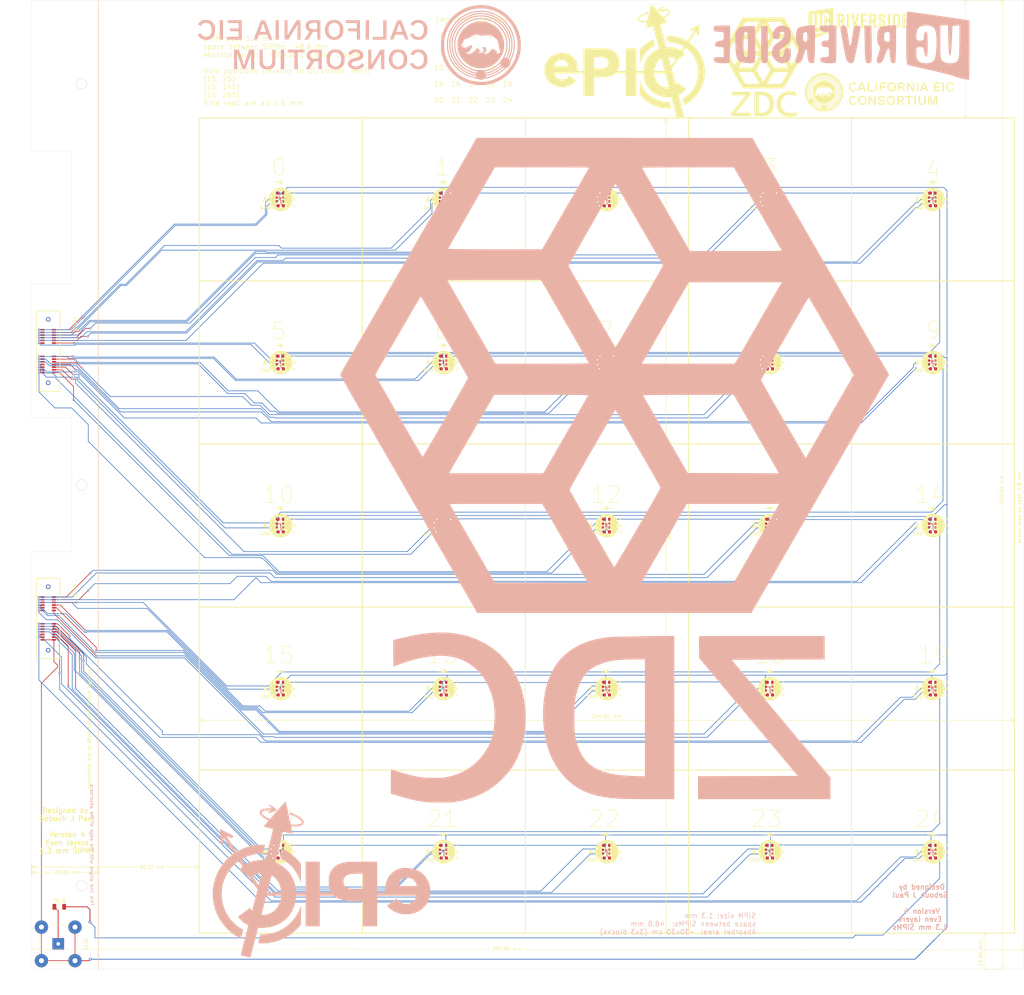
<source format=kicad_pcb>
(kicad_pcb (version 20240108) (generator "pcbnew") (generator_version "8.0")
  (layers (0 "F.Cu" signal) (31 "B.Cu" signal) (34 "B.Paste" user) (35 "F.Paste" user) (36 "B.SilkS" user "B.Silkscreen") (37 "F.SilkS" user "F.Silkscreen") (38 "B.Mask" user) (39 "F.Mask" user) (44 "Edge.Cuts" user))
  (net 0 "")
  (net 1 "GND")
  (net 2 "K0")
  (net 3 "A0")
  (net 4 "K1")
  (net 5 "A1")
  (net 6 "K2")
  (net 7 "A2")
  (net 8 "K3")
  (net 9 "A3")
  (net 10 "K4")
  (net 11 "A4")
  (net 12 "K5")
  (net 13 "A5")
  (net 14 "K6")
  (net 15 "A6")
  (net 16 "K7")
  (net 17 "A7")
  (net 18 "K8")
  (net 19 "A8")
  (net 20 "K9")
  (net 21 "A9")
  (net 22 "A10")
  (net 23 "K10")
  (net 24 "A11")
  (net 25 "K11")
  (net 26 "A12")
  (net 27 "K12")
  (net 28 "K14")
  (net 29 "A14")
  (net 30 "K13")
  (net 31 "A13")
  (net 32 "K15")
  (net 33 "A15")
  (net 34 "K16")
  (net 35 "A16")
  (net 36 "K17")
  (net 37 "A17")
  (net 38 "K18")
  (net 39 "A18")
  (net 40 "K19")
  (net 41 "A19")
  (net 42 "K20")
  (net 43 "A20")
  (net 44 "K21")
  (net 45 "A21")
  (net 46 "K22")
  (net 47 "A22")
  (net 48 "K23")
  (net 49 "A23")
  (net 50 "K24")
  (net 51 "A24")
  (footprint "SiPM:S14160-1315PS_dimple_silkscreen_with_LED_and_capacitor" (layer "F.Cu") (at 324.8 192.2)
    (property "Reference" "REF**34" (hide yes))
    (property "Value" "S14160-3015PS")
  )
  (footprint "SiPM:S14160-1315PS_dimple_silkscreen_with_LED_and_capacitor" (layer "F.Cu") (at 129.6 289.8)
    (property "Reference" "REF**40" (hide yes))
    (property "Value" "S14160-3015PS")
  )
  (footprint "SiPM:S14160-1315PS_dimple_silkscreen_with_LED_and_capacitor" (layer "F.Cu") (at 129.6 192.2)
    (property "Reference" "REF**30" (hide yes))
    (property "Value" "S14160-3015PS")
  )
  (footprint "SiPM:S14160-1315PS_dimple_silkscreen_with_LED_and_capacitor" (layer "F.Cu") (at 324.8 94.6)
    (property "Reference" "REF**24" (hide yes))
    (property "Value" "S14160-3015PS")
  )
  (footprint "Connector_Samtec_HSEC8:SAMTEC_HSEC8-113-01-X-DV-A-L2" (layer "F.Cu") (at 60 140 -90)
    (property "Reference" "REF**")
    (property "Value" "SAMTEC_HSEC8-113-01-X-DV-A-L2")
  )
  (footprint "SiPM:S14160-1315PS_dimple_silkscreen_with_LED_and_capacitor" (layer "F.Cu") (at 276 289.8)
    (property "Reference" "REF**43" (hide yes))
    (property "Value" "S14160-3015PS")
  )
  (footprint "SiPM:S14160-1315PS_dimple_silkscreen_with_LED_and_capacitor" (layer "F.Cu") (at 276 241)
    (property "Reference" "REF**38" (hide yes))
    (property "Value" "S14160-3015PS")
  )
  (footprint "SiPM:S14160-1315PS_dimple_silkscreen_with_LED_and_capacitor" (layer "F.Cu") (at 227.2 94.6)
    (property "Reference" "REF**22" (hide yes))
    (property "Value" "S14160-3015PS")
  )
  (footprint "Connector_Samtec_HSEC8:SAMTEC_HSEC8-113-01-X-DV-A-L2" (layer "F.Cu") (at 60 220 -90)
    (property "Reference" "REF**")
    (property "Value" "SAMTEC_HSEC8-113-01-X-DV-A-L2")
  )
  (footprint "SiPM:S14160-1315PS_dimple_silkscreen_with_LED_and_capacitor" (layer "F.Cu") (at 276 143.4)
    (property "Reference" "REF**28" (hide yes))
    (property "Value" "S14160-3015PS")
  )
  (footprint "SiPM:S14160-1315PS_dimple_silkscreen_with_LED_and_capacitor" (layer "F.Cu") (at 276 94.6)
    (property "Reference" "REF**23" (hide yes))
    (property "Value" "S14160-3015PS")
  )
  (footprint "Symbol:UCR_Logo_3cm" (layer "F.Cu") (at 302.5 41.9)
    (property "Reference" "G***" (hide yes))
    (property "Value" "LOGO" (hide yes))
  )
  (footprint "SiPM:S14160-1315PS_dimple_silkscreen_with_LED_and_capacitor" (layer "F.Cu") (at 227.2 192.2)
    (property "Reference" "REF**32" (hide yes))
    (property "Value" "S14160-3015PS")
  )
  (footprint "SiPM:S14160-1315PS_dimple_silkscreen_with_LED_and_capacitor" (layer "F.Cu") (at 324.8 289.8)
    (property "Reference" "REF**44" (hide yes))
    (property "Value" "S14160-3015PS")
  )
  (footprint "SiPM:S14160-1315PS_dimple_silkscreen_with_LED_and_capacitor" (layer "F.Cu") (at 178.4 143.4)
    (property "Reference" "REF**26" (hide yes))
    (property "Value" "S14160-3015PS")
  )
  (footprint "SiPM:S14160-1315PS_dimple_silkscreen_with_LED_and_capacitor" (layer "F.Cu") (at 178.4 241)
    (property "Reference" "REF**36" (hide yes))
    (property "Value" "S14160-3015PS")
  )
  (footprint "SiPM:S14160-1315PS_dimple_silkscreen_with_LED_and_capacitor" (layer "F.Cu") (at 129.6 94.6)
    (property "Reference" "REF**20" (hide yes))
    (property "Value" "S14160-3015PS")
  )
  (footprint "SiPM:S14160-1315PS_dimple_silkscreen_with_LED_and_capacitor" (layer "F.Cu") (at 129.6 143.4)
    (property "Reference" "REF**25" (hide yes))
    (property "Value" "S14160-3015PS")
  )
  (footprint "SiPM:S14160-1315PS_dimple_silkscreen_with_LED_and_capacitor" (layer "F.Cu") (at 227.2 241)
    (property "Reference" "REF**37" (hide yes))
    (property "Value" "S14160-3015PS")
  )
  (footprint "Symbol:ZDC_logo_30x30mm" (layer "F.Cu") (at 273.568409 55.081019)
    (property "Reference" "G***" (hide yes))
    (property "Value" "LOGO" (hide yes))
  )
  (footprint "SiPM:S14160-1315PS_dimple_silkscreen_with_LED_and_capacitor" (layer "F.Cu") (at 178.4 192.2)
    (property "Reference" "REF**31" (hide yes))
    (property "Value" "S14160-3015PS")
  )
  (footprint "Symbol:ePIC_logo_5.0cm" (layer "F.Cu") (at 232.5 53.3)
    (property "Reference" "G***" (hide yes))
    (property "Value" "LOGO" (hide yes))
  )
  (footprint "SiPM:S14160-1315PS_dimple_silkscreen_with_LED_and_capacitor" (layer "F.Cu") (at 227.2 143.4)
    (property "Reference" "REF**27" (hide yes))
    (property "Value" "S14160-3015PS")
  )
  (footprint "Symbol:consortium_logo_5cm" (layer "F.Cu") (at 308.2 62.4)
    (property "Reference" "G***" (hide yes))
    (property "Value" "LOGO" (hide yes))
  )
  (footprint "SiPM:S14160-1315PS_dimple_silkscreen_with_LED_and_capacitor" (layer "F.Cu") (at 178.4 289.8)
    (property "Reference" "REF**41" (hide yes))
    (property "Value" "S14160-3015PS")
  )
  (footprint "SiPM:S14160-1315PS_dimple_silkscreen_with_LED_and_capacitor" (layer "F.Cu") (at 324.8 143.4)
    (property "Reference" "REF**29" (hide yes))
    (property "Value" "S14160-3015PS")
  )
  (footprint "Resistor_SMD:R_1206_3216Metric" (layer "F.Cu") (at 63.3 306.3)
    (property "Reference" "50 Ω")
    (property "Value" "R_1206_3216Metric")
  )
  (footprint "SiPM:S14160-1315PS_dimple_silkscreen_with_LED_and_capacitor" (layer "F.Cu") (at 178.4 94.6)
    (property "Reference" "REF**21" (hide yes))
    (property "Value" "S14160-3015PS")
  )
  (footprint "Connector_Coaxial:BNC_TEConnectivity_1478035_Horizontal" (layer "F.Cu") (at 63 317.4 90)
    (property "Reference" "LEDs")
    (property "Value" "BNC_TEConnectivity_1478035_Horizontal")
  )
  (footprint "SiPM:S14160-1315PS_dimple_silkscreen_with_LED_and_capacitor" (layer "F.Cu") (at 227.2 289.8)
    (property "Reference" "REF**42" (hide yes))
    (property "Value" "S14160-3015PS")
  )
  (footprint "SiPM:S14160-1315PS_dimple_silkscreen_with_LED_and_capacitor" (layer "F.Cu") (at 129.6 241)
    (property "Reference" "REF**35" (hide yes))
    (property "Value" "S14160-3015PS")
  )
  (footprint "SiPM:S14160-1315PS_dimple_silkscreen_with_LED_and_capacitor" (layer "F.Cu") (at 324.8 241)
    (property "Reference" "REF**39" (hide yes))
    (property "Value" "S14160-3015PS")
  )
  (footprint "SiPM:S14160-1315PS_dimple_silkscreen_with_LED_and_capacitor" (layer "F.Cu") (at 276 192.2)
    (property "Reference" "REF**33" (hide yes))
    (property "Value" "S14160-3015PS")
  )
  (footprint "Symbol:UCR_logo_10cm" (layer "B.Cu") (at 298.2 50.5 180)
    (property "Reference" "G***" (hide yes))
    (property "Value" "LOGO" (hide yes))
  )
  (footprint "Symbol:Consortium_logo_11cm" (layer "B.Cu") (at 152.8 48 180)
    (property "Reference" "G***" (hide yes))
    (property "Value" "LOGO" (hide yes))
  )
  (footprint "Symbol:ZDC_logo_20x20cm" (layer "B.Cu") (at 232.4 176.2 180)
    (property "Reference" "G***" (hide yes))
    (property "Value" "LOGO" (hide yes))
  )
  (footprint "Symbol:ePIC_logo_6.8cm" (layer "B.Cu") (at 141.8 298.1 180)
    (property "Reference" "G***" (hide yes))
    (property "Value" "LOGO" (hide yes))
  )
  (gr_line (start 75 325) (end 75 35) (stroke (width 0.1)) (layer "B.SilkS"))
  (gr_line (start 105.2 216.6) (end 349.2 216.6) (stroke (width 0.25)) (layer "F.SilkS"))
  (gr_line (start 349.2 70.2) (end 349.2 314.2) (stroke (width 0.25)) (layer "F.SilkS"))
  (gr_line (start 251.6 70.2) (end 251.6 314.2) (stroke (width 0.25)) (layer "F.SilkS"))
  (gr_line (start 75 35) (end 75 325) (stroke (width 0.15)) (layer "F.SilkS"))
  (gr_line (start 300.4 70.2) (end 300.4 314.2) (stroke (width 0.25)) (layer "F.SilkS"))
  (gr_line (start 105.2 167.8) (end 349.2 167.8) (stroke (width 0.25)) (layer "F.SilkS"))
  (gr_line (start 105.2 70.2) (end 105.2 314.2) (stroke (width 0.25)) (layer "F.SilkS"))
  (gr_line (start 105.2 119) (end 349.2 119) (stroke (width 0.25)) (layer "F.SilkS"))
  (gr_line (start 202.8 70.2) (end 202.8 314.2) (stroke (width 0.25)) (layer "F.SilkS"))
  (gr_line (start 105.2 70.2) (end 349.2 70.2) (stroke (width 0.25)) (layer "F.SilkS"))
  (gr_line (start 105.2 265.4) (end 349.2 265.4) (stroke (width 0.25)) (layer "F.SilkS"))
  (gr_line (start 154 70.2) (end 154 314.2) (stroke (width 0.25)) (layer "F.SilkS"))
  (gr_line (start 105.2 314.2) (end 349.2 314.2) (stroke (width 0.25)) (layer "F.SilkS"))
  (gr_circle (center 70 300) (end 71.6 300) (stroke (width 0.1)) (fill none) (layer "Edge.Cuts"))
  (gr_circle (center 70 60) (end 71.6 60) (stroke (width 0.1)) (fill none) (layer "Edge.Cuts"))
  (gr_line (start 55 200) (end 55 325) (stroke (width 0.05)) (layer "Edge.Cuts"))
  (gr_line (start 67 160) (end 55 160) (stroke (width 0.05)) (layer "Edge.Cuts"))
  (gr_line (start 55 120) (end 55 160) (stroke (width 0.05)) (layer "Edge.Cuts"))
  (gr_line (start 55 200) (end 65 200) (stroke (width 0.05)) (layer "Edge.Cuts"))
  (gr_line (start 55 35) (end 352 35) (stroke (width 0.05)) (layer "Edge.Cuts"))
  (gr_line (start 67 80) (end 55 80) (stroke (width 0.05)) (layer "Edge.Cuts"))
  (gr_line (start 55 80) (end 55 35) (stroke (width 0.05)) (layer "Edge.Cuts"))
  (gr_circle (center 70 180) (end 71.6 180) (stroke (width 0.1)) (fill none) (layer "Edge.Cuts"))
  (gr_line (start 55 120) (end 67 120) (stroke (width 0.05)) (layer "Edge.Cuts"))
  (gr_line (start 67 120) (end 67 80) (stroke (width 0.05)) (layer "Edge.Cuts"))
  (gr_line (start 352 35) (end 352 325) (stroke (width 0.05)) (layer "Edge.Cuts"))
  (gr_line (start 67 200) (end 65 200) (stroke (width 0.05)) (layer "Edge.Cuts"))
  (gr_line (start 67 200) (end 67 160) (stroke (width 0.05)) (layer "Edge.Cuts"))
  (gr_line (start 352 325) (end 55 325) (stroke (width 0.05)) (layer "Edge.Cuts"))
  (gr_text "SiPM size: 1.3 mm\nspace between SiPMs:  48.8 mm\nAbsorber area:  ~30x30 cm (3x3 blocks)" (at 271.9 311.4 0) (layer "B.SilkS") (effects (font (size 1.5 1.5)) (justify left mirror)))
  (gr_text "This line aligns with the edge of the absorbers" (at 73.1 287.8 -90) (layer "B.SilkS") (effects (font (size 1 1)) (justify mirror)))
  (gr_text "Designed by \nSebouh J Paul\n\nVersion 4 \nEven layers\n1.3 mm SiPMs" (at 320.9 306.4 0) (layer "B.SilkS") (effects (font (size 1.5 1.5) (thickness 0.3)) (justify mirror)))
  (gr_text "3" (at 276 85 0) (layer "F.SilkS") (effects (font (size 5 5))))
  (gr_text "17" (at 226.45 231 0) (layer "F.SilkS") (effects (font (size 5 5))))
  (gr_text "14" (at 324 183 0) (layer "F.SilkS") (effects (font (size 5 5))))
  (gr_text "19" (at 325 231 0) (layer "F.SilkS") (effects (font (size 5 5))))
  (gr_text "Layout of channels:\n\n 0   1   2   3   4\n\n 5   6   7   8   9\n\n10  11  12  13  14\n\n15  16  17  18  19\n\n20  21  22  23  24" (at 187.2 52.8 0) (layer "F.SilkS") (effects (font (size 1.5 1.5))))
  (gr_text "4" (at 325 85.95 0) (layer "F.SilkS") (effects (font (size 5 5))))
  (gr_text "10" (at 129 183 0) (layer "F.SilkS") (effects (font (size 5 5))))
  (gr_text "24" (at 324 280 0) (layer "F.SilkS") (effects (font (size 5 5))))
  (gr_text "1" (at 178 85 0) (layer "F.SilkS") (effects (font (size 5 5))))
  (gr_text "12" (at 227 183 0) (layer "F.SilkS") (effects (font (size 5 5))))
  (gr_text "5" (at 129 133.95 0) (layer "F.SilkS") (effects (font (size 5 5))))
  (gr_text "23" (at 275 280 0) (layer "F.SilkS") (effects (font (size 5 5))))
  (gr_text "18" (at 276 231 0) (layer "F.SilkS") (effects (font (size 5 5))))
  (gr_text "11" (at 178.65 181.55 0) (layer "F.SilkS") (effects (font (size 5 5))))
  (gr_text "This line aligns with the edge of the absorbers\n" (at 72.4 252.6 -90) (layer "F.SilkS") (effects (font (size 1 1))))
  (gr_text "6" (at 178 133.75 0) (layer "F.SilkS") (effects (font (size 5 5))))
  (gr_text "8" (at 276 133.75 0) (layer "F.SilkS") (effects (font (size 5 5))))
  (gr_text "9" (at 325 133.75 0) (layer "F.SilkS") (effects (font (size 5 5))))
  (gr_text "7" (at 227 133.75 0) (layer "F.SilkS") (effects (font (size 5 5))))
  (gr_text "2" (at 227 85 0) (layer "F.SilkS") (effects (font (size 5 5))))
  (gr_text "13" (at 276 183 0) (layer "F.SilkS") (effects (font (size 5 5))))
  (gr_text "20" (at 129 280 0) (layer "F.SilkS") (effects (font (size 5 5))))
  (gr_text "SiPM size: 1.3 mm\nspace between SiPMs:  48.8 mm\nAbsorber area:   ~30x30 cm (3x3 blocks)\n\nHole positions (relative to UL corner, mm):\n(15, 25)\n(15, 145)\n(15, 265)\nHole radii are all 1.6 mm" (at 106.3 56.1 0) (layer "F.SilkS") (effects (font (size 1.5 1.5)) (justify left)))
  (gr_text "21" (at 178 280 0) (layer "F.SilkS") (effects (font (size 5 5))))
  (gr_text "Designed by \nSebouh J Paul\n\nVersion 4\nEven layers\n1.3 mm SiPMs\n" (at 65.7 283.5 0) (layer "F.SilkS") (effects (font (size 1.5 1.5) (thickness 0.3))))
  (gr_text "16" (at 178 231 0) (layer "F.SilkS") (effects (font (size 5 5))))
  (gr_text "0" (at 129 85 0) (layer "F.SilkS") (effects (font (size 5 5))))
  (gr_text "15" (at 129 231 0) (layer "F.SilkS") (effects (font (size 5 5))))
  (gr_text "22" (at 226.45 280 0) (layer "F.SilkS") (effects (font (size 5 5))))
  (gr_text "active area to edge 2.8 mm" (at 351.2 197.6 90) (layer "F.SilkS") (effects (font (size 1 1)) (justify left bottom)))
  (dimension (type aligned) (layer "F.SilkS") (pts (xy 346.9 70.2) (xy 346.9 35)) (height -12.4) (gr_text "35.20 mm" (at 332.891574 51.801574 90) (layer "F.SilkS") (effects (font (size 1 1) (thickness 0.15)))) (format (prefix "") (suffix "") (units 3) (units_format 1) (precision 2)) (style (thickness 0.1) (arrow_length 1.27) (text_position_mode 2) (extension_height 0.58642) (extension_offset 0.5) keep_text_aligned))
  (dimension (type aligned) (layer "F.SilkS") (pts (xy 345.5 325) (xy 345.5 35)) (height 0) (gr_text "290.00 mm" (at 345.4 181.4 90) (layer "F.SilkS") (effects (font (size 1 1) (thickness 0.15)))) (format (prefix "") (suffix "") (units 3) (units_format 1) (precision 2)) (style (thickness 0.1) (arrow_length 1.27) (text_position_mode 2) (extension_height 0.58642) (extension_offset 0.5) keep_text_aligned))
  (dimension (type aligned) (layer "F.SilkS") (pts (xy 55 319) (xy 352 319.2)) (height -0.01) (gr_text "297.00 mm" (at 197.3 318.9 359.961417) (layer "F.SilkS") (effects (font (size 1 1) (thickness 0.15)))) (format (prefix "") (suffix "") (units 3) (units_format 1) (precision 2)) (style (thickness 0.1) (arrow_length 1.27) (text_position_mode 2) (extension_height 0.58642) (extension_offset 0.5) keep_text_aligned))
  (dimension (type aligned) (layer "F.SilkS") (pts (xy 55 294.062827) (xy 75 294.062827)) (height 1.937173) (gr_text "20.00 mm" (at 65.6 296 0) (layer "F.SilkS") (effects (font (size 1 1) (thickness 0.15)))) (format (prefix "") (suffix "") (units 3) (units_format 1) (precision 2)) (style (thickness 0.15) (arrow_length 1.27) (text_position_mode 2) (extension_height 0.58642) (extension_offset 0.5) keep_text_aligned))
  (dimension (type aligned) (layer "F.SilkS") (pts (xy 346.45 314.2) (xy 346.4 70.2)) (height -101.52) (gr_text "244.00 mm" (at 246.055002 192.220567 -89.98825906) (layer "F.SilkS") (effects (font (size 1 1) (thickness 0.15)))) (format (prefix "") (suffix "") (units 3) (units_format 1) (precision 2)) (style (thickness 0.15) (arrow_length 1.27) (text_position_mode 0) (extension_height 0.58642) (extension_offset 0.5) keep_text_aligned))
  (dimension (type aligned) (layer "F.SilkS") (pts (xy 345.6 314.2) (xy 345.6 325)) (height 5.246903) (gr_text "10.80 mm" (at 339 320.2 90) (layer "F.SilkS") (effects (font (size 1 1) (thickness 0.15)))) (format (prefix "") (suffix "") (units 3) (units_format 1) (precision 2)) (style (thickness 0.1) (arrow_length 1.27) (text_position_mode 2) (extension_height 0.58642) (extension_offset 0.5) keep_text_aligned))
  (dimension (type aligned) (layer "F.SilkS") (pts (xy 105.2 311.45) (xy 349.2 311.45)) (height -60.97) (gr_text "244.00 mm" (at 227.2 249.33 0) (layer "F.SilkS") (effects (font (size 1 1) (thickness 0.15)))) (format (prefix "") (suffix "") (units 3) (units_format 1) (precision 2)) (style (thickness 0.15) (arrow_length 1.27) (text_position_mode 0) (extension_height 0.58642) (extension_offset 0.5) keep_text_aligned))
  (dimension (type aligned) (layer "F.SilkS") (pts (xy 55 297.31) (xy 105.2 297.31)) (height -2.91) (gr_text "50.20 mm" (at 91.11 294.4 0) (layer "F.SilkS") (effects (font (size 1 1) (thickness 0.15)))) (format (prefix "") (suffix "") (units 3) (units_format 1) (precision 2)) (style (thickness 0.15) (arrow_length 1.27) (text_position_mode 2) (extension_height 0.58642) (extension_offset 0.5) keep_text_aligned))
  (segment (start 71.6625 306.3) (end 64.7625 306.3) (width 0.25) (layer "F.Cu") (net 0))
  (segment (start 72.5 307.1375) (end 71.6625 306.3) (width 0.25) (layer "F.Cu") (net 0))
  (segment (start 63 317.4) (end 63 307.4625) (width 0.25) (layer "F.Cu") (net 0))
  (segment (start 72.5 310.9) (end 72.5 307.1375) (width 0.25) (layer "F.Cu") (net 0))
  (segment (start 63 307.4625) (end 61.8375 306.3) (width 0.25) (layer "F.Cu") (net 0))
  (via (at 72.5 310.9) (size 0.8) (drill 0.4) (layers "F.Cu" "B.Cu") (net 0))
  (segment (start 324.4 236) (end 130 236) (width 0.2) (layer "B.Cu") (net 0))
  (segment (start 180.4 190.3) (end 180.5 190.2) (width 0.2) (layer "B.Cu") (net 0))
  (segment (start 229.2 190.3) (end 273.9 190.3) (width 0.2) (layer "B.Cu") (net 0))
  (segment (start 130 283.8) (end 324.4 283.8) (width 0.2) (layer "B.Cu") (net 0))
  (segment (start 225.1 287.9) (end 180.4 287.9) (width 0.2) (layer "B.Cu") (net 0))
  (segment (start 326.8 190.3) (end 326.8 233.6) (width 0.2) (layer "B.Cu") (net 0))
  (segment (start 74 315.6) (end 74 312.4) (width 0.2) (layer "B.Cu") (net 0))
  (segment (start 128.6 140.4) (end 127.5 141.5) (width 0.2) (layer "B.Cu") (net 0))
  (segment (start 180.4 239.1) (end 180.5 239.2) (width 0.2) (layer "B.Cu") (net 0))
  (segment (start 324.4 283.8) (end 326.8 281.4) (width 0.2) (layer "B.Cu") (net 0))
  (segment (start 326.8 287.9) (end 326.8 297.8) (width 0.2) (layer "B.Cu") (net 0))
  (segment (start 277.9 287.8) (end 322.6 287.8) (width 0.2) (layer "B.Cu") (net 0))
  (segment (start 327.8 142.5) (end 326.8 141.5) (width 0.2) (layer "B.Cu") (net 0))
  (segment (start 300.8 315.6) (end 74 315.6) (width 0.2) (layer "B.Cu") (net 0))
  (segment (start 322.6 287.8) (end 322.7 287.9) (width 0.2) (layer "B.Cu") (net 0))
  (segment (start 326.8 233.6) (end 324.4 236) (width 0.2) (layer "B.Cu") (net 0))
  (segment (start 322.6 239) (end 322.7 239.1) (width 0.2) (layer "B.Cu") (net 0))
  (segment (start 74 312.4) (end 72.5 310.9) (width 0.2) (layer "B.Cu") (net 0))
  (segment (start 129.25 286.15) (end 129.25 284.55) (width 0.2) (layer "B.Cu") (net 0))
  (segment (start 225 190.2) (end 225.1 190.3) (width 0.2) (layer "B.Cu") (net 0))
  (segment (start 127.5 190.3) (end 129.6 188.2) (width 0.2) (layer "B.Cu") (net 0))
  (segment (start 127.5 238.5) (end 130 236) (width 0.2) (layer "B.Cu") (net 0))
  (segment (start 129.6 188.2) (end 324.4 188.2) (width 0.2) (layer "B.Cu") (net 0))
  (segment (start 322.7 92.7) (end 278 92.7) (width 0.2) (layer "B.Cu") (net 0))
  (segment (start 277.9 239) (end 322.6 239) (width 0.2) (layer "B.Cu") (net 0))
  (segment (start 180.5 190.2) (end 225 190.2) (width 0.2) (layer "B.Cu") (net 0))
  (segment (start 309.8 314.8) (end 301.6 314.8) (width 0.2) (layer "B.Cu") (net 0))
  (segment (start 273.8 239) (end 273.9 239.1) (width 0.2) (layer "B.Cu") (net 0))
  (segment (start 176.3 92.7) (end 131.6 92.7) (width 0.2) (layer "B.Cu") (net 0))
  (segment (start 301.6 314.8) (end 301.5 314.9) (width 0.2) (layer "B.Cu") (net 0))
  (segment (start 323.8 140.4) (end 128.6 140.4) (width 0.2) (layer "B.Cu") (net 0))
  (segment (start 273.9 92.7) (end 229.2 92.7) (width 0.2) (layer "B.Cu") (net 0))
  (segment (start 176.3 141.5) (end 131.6 141.5) (width 0.2) (layer "B.Cu") (net 0))
  (segment (start 225 239.2) (end 225.1 239.1) (width 0.2) (layer "B.Cu") (net 0))
  (segment (start 176.3 287.9) (end 131.6 287.9) (width 0.2) (layer "B.Cu") (net 0))
  (segment (start 229.2 287.9) (end 273.9 287.9) (width 0.2) (layer "B.Cu") (net 0))
  (segment (start 129.25 284.55) (end 130 283.8) (width 0.2) (layer "B.Cu") (net 0))
  (segment (start 326.8 92.7) (end 326.8 137.4) (width 0.2) (layer "B.Cu") (net 0))
  (segment (start 225.1 141.5) (end 180.4 141.5) (width 0.2) (layer "B.Cu") (net 0))
  (segment (start 326.8 137.4) (end 323.8 140.4) (width 0.2) (layer "B.Cu") (net 0))
  (segment (start 273.9 141.5) (end 229.2 141.5) (width 0.2) (layer "B.Cu") (net 0))
  (segment (start 127.5 239.1) (end 127.5 238.5) (width 0.2) (layer "B.Cu") (net 0))
  (segment (start 326.8 281.4) (end 326.8 239.1) (width 0.2) (layer "B.Cu") (net 0))
  (segment (start 225.1 92.7) (end 180.4 92.7) (width 0.2) (layer "B.Cu") (net 0))
  (segment (start 130 236) (end 129.25 236.75) (width 0.2) (layer "B.Cu") (net 0))
  (segment (start 322.6 190.4) (end 322.7 190.3) (width 0.2) (layer "B.Cu") (net 0))
  (segment (start 180.5 239.2) (end 225 239.2) (width 0.2) (layer "B.Cu") (net 0))
  (segment (start 131.6 190.3) (end 176.3 190.3) (width 0.2) (layer "B.Cu") (net 0))
  (segment (start 278 190.3) (end 278.1 190.4) (width 0.2) (layer "B.Cu") (net 0))
  (segment (start 301.5 314.9) (end 300.8 315.6) (width 0.2) (layer "B.Cu") (net 0))
  (segment (start 278 141.5) (end 322.7 141.5) (width 0.2) (layer "B.Cu") (net 0))
  (segment (start 229.1 239) (end 273.8 239) (width 0.2) (layer "B.Cu") (net 0))
  (segment (start 127.5 287.9) (end 129.25 286.15) (width 0.2) (layer "B.Cu") (net 0))
  (segment (start 278.1 190.4) (end 322.6 190.4) (width 0.2) (layer "B.Cu") (net 0))
  (segment (start 327.8 184.8) (end 327.8 142.5) (width 0.2) (layer "B.Cu") (net 0))
  (segment (start 326.8 297.8) (end 309.8 314.8) (width 0.2) (layer "B.Cu") (net 0))
  (segment (start 324.4 188.2) (end 327.8 184.8) (width 0.2) (layer "B.Cu") (net 0))
  (segment (start 61.7 232.9) (end 61.7 226.4) (width 0.2) (layer "F.Cu") (net 1))
  (segment (start 57.975 312.375) (end 57.975 239.425) (width 0.2) (layer "F.Cu") (net 1))
  (segment (start 57.975 322.425) (end 57.975 312.375) (width 0.2) (layer "F.Cu") (net 1))
  (segment (start 57.975 239.425) (end 62.8 234.6) (width 0.2) (layer "F.Cu") (net 1))
  (segment (start 62.8 234.6) (end 62.8 234) (width 0.2) (layer "F.Cu") (net 1))
  (segment (start 72.6 322) (end 72.175 322.425) (width 0.25) (layer "F.Cu") (net 1))
  (segment (start 58.3 226.4) (end 61.7 226.4) (width 0.2) (layer "F.Cu") (net 1))
  (segment (start 68.025 322.425) (end 57.975 322.425) (width 0.2) (layer "F.Cu") (net 1))
  (segment (start 68.025 312.375) (end 68.025 322.425) (width 0.2) (layer "F.Cu") (net 1))
  (segment (start 72.175 322.425) (end 68.025 322.425) (width 0.25) (layer "F.Cu") (net 1))
  (segment (start 62.8 234) (end 61.7 232.9) (width 0.2) (layer "F.Cu") (net 1))
  (via (at 72.6 322) (size 0.8) (drill 0.4) (layers "F.Cu" "B.Cu") (net 1))
  (segment (start 128.6 190) (end 129.4 189.2) (width 0.2) (layer "B.Cu") (net 1))
  (segment (start 324.4 141) (end 324.2 140.8) (width 0.2) (layer "B.Cu") (net 1))
  (segment (start 178.95 289.45) (end 178 289.45) (width 0.2) (layer "B.Cu") (net 1))
  (segment (start 178 241) (end 176.1 242.9) (width 0.2) (layer "B.Cu") (net 1))
  (segment (start 322.55 193.85) (end 322.6 193.8) (width 0.2) (layer "B.Cu") (net 1))
  (segment (start 226.2 241.6) (end 224.9 242.9) (width 0.2) (layer "B.Cu") (net 1))
  (segment (start 274.8 237) (end 226.8 237) (width 0.2) (layer "B.Cu") (net 1))
  (segment (start 327.8 237) (end 328.4 237) (width 0.2) (layer "B.Cu") (net 1))
  (segment (start 273.7 291.7) (end 276.2 289.2) (width 0.2) (layer "B.Cu") (net 1))
  (segment (start 275.8 189.5) (end 275.5 189.2) (width 0.2) (layer "B.Cu") (net 1))
  (segment (start 329 236.4) (end 329 312.4) (width 0.2) (layer "B.Cu") (net 1))
  (segment (start 179 189.2) (end 179 193.8) (width 0.2) (layer "B.Cu") (net 1))
  (segment (start 226.8 189.2) (end 226.8 193.8) (width 0.2) (layer "B.Cu") (net 1))
  (segment (start 274.6 289.4) (end 274.55 289.45) (width 0.2) (layer "B.Cu") (net 1))
  (segment (start 178.2 143.515686) (end 176.257843 145.457843) (width 0.2) (layer "B.Cu") (net 1))
  (segment (start 273.8 140.8) (end 225.38995 140.8) (width 0.2) (layer "B.Cu") (net 1))
  (segment (start 327.08995 140.8) (end 328.2 141.91005) (width 0.2) (layer "B.Cu") (net 1))
  (segment (start 129.8 142.8) (end 129.8 140.8) (width 0.2) (layer "B.Cu") (net 1))
  (segment (start 324.2 140.8) (end 273.8 140.8) (width 0.2) (layer "B.Cu") (net 1))
  (segment (start 176.1 96.5) (end 178 94.6) (width 0.2) (layer "B.Cu") (net 1))
  (segment (start 178 91) (end 227 91) (width 0.2) (layer "B.Cu") (net 1))
  (segment (start 324.4 143.4) (end 324.4 141) (width 0.2) (layer "B.Cu") (net 1))
  (segment (start 179.2 189.2) (end 129.4 189.2) (width 0.2) (layer "B.Cu") (net 1))
  (segment (start 276.2 289.2) (end 276.2 284.8) (width 0.2) (layer "B.Cu") (net 1))
  (segment (start 319.4 322) (end 325.275 316.125) (width 0.25) (layer "B.Cu") (net 1))
  (segment (start 275.5 189.2) (end 226.8 189.2) (width 0.2) (layer "B.Cu") (net 1))
  (segment (start 225.15 193.85) (end 224.9 194.1) (width 0.2) (layer "B.Cu") (net 1))
  (segment (start 273.8 145.3) (end 275.3 143.8) (width 0.2) (layer "B.Cu") (net 1))
  (segment (start 276 94.2) (end 276 91) (width 0.2) (layer "B.Cu") (net 1))
  (segment (start 178.95 193.85) (end 176.35 193.85) (width 0.2) (layer "B.Cu") (net 1))
  (segment (start 226.75 193.85) (end 225.15 193.85) (width 0.2) (layer "B.Cu") (net 1))
  (segment (start 274.6 237) (end 324.4 237) (width 0.2) (layer "B.Cu") (net 1))
  (segment (start 179 284.8) (end 179 289.4) (width 0.2) (layer "B.Cu") (net 1))
  (segment (start 274.6 242) (end 274.6 237) (width 0.2) (layer "B.Cu") (net 1))
  (segment (start 224.9 96.5) (end 227 94.4) (width 0.2) (layer "B.Cu") (net 1))
  (segment (start 72.6 322) (end 319.4 322) (width 0.25) (layer "B.Cu") (net 1))
  (segment (start 273.7 242.9) (end 274.6 242) (width 0.2) (layer "B.Cu") (net 1))
  (segment (start 226.8 289.8) (end 226.8 284.8) (width 0.2) (layer "B.Cu") (net 1))
  (segment (start 176.1 291.7) (end 178 289.8) (width 0.2) (layer "B.Cu") (net 1))
  (segment (start 328 91) (end 329 92) (width 0.2) (layer "B.Cu") (net 1))
  (segment (start 178.2 141.2) (end 178.2 143.515686) (width 0.2) (layer "B.Cu") (net 1))
  (segment (start 179.4 237) (end 132.6 237) (width 0.2) (layer "B.Cu") (net 1))
  (segment (start 177.8 140.8) (end 225.38995 140.8) (width 0.2) (layer "B.Cu") (net 1))
  (segment (start 129.9 92.7) (end 129.25 93.35) (width 0.2) (layer "B.Cu") (net 1))
  (segment (start 129.8 140.8) (end 177.8 140.8) (width 0.2) (layer "B.Cu") (net 1))
  (segment (start 176.3 239.1) (end 131.6 239.1) (width 0.2) (layer "B.Cu") (net 1))
  (segment (start 324.7 189.5) (end 325.6 188.6) (width 0.2) (layer "B.Cu") (net 1))
  (segment (start 176.35 193.85) (end 176.1 194.1) (width 0.2) (layer "B.Cu") (net 1))
  (segment (start 227 237) (end 179.4 237) (width 0.2) (layer "B.Cu") (net 1))
  (segment (start 226.8 241.6) (end 226.2 241.6) (width 0.2) (layer "B.Cu") (net 1))
  (segment (start 273.7 96.5) (end 276 94.2) (width 0.2) (layer "B.Cu") (net 1))
  (segment (start 325.6 188.6) (end 324.15 190.05) (width 0.2) (layer "B.Cu") (net 1))
  (segment (start 224.9 291.7) (end 226.8 289.8) (width 0.2) (layer "B.Cu") (net 1))
  (segment (start 328.2 186) (end 328.8 186) (width 0.2) (layer "B.Cu") (net 1))
  (segment (start 328.4 237) (end 329 236.4) (width 0.2) (layer "B.Cu") (net 1))
  (segment (start 129.6 240.6) (end 129.6 240) (width 0.2) (layer "B.Cu") (net 1))
  (segment (start 127.3 145.3) (end 129.8 142.8) (width 0.2) (layer "B.Cu") (net 1))
  (segment (start 328.2 186) (end 325.6 188.6) (width 0.2) (layer "B.Cu") (net 1))
  (segment (start 324.15 190.05) (end 324.15 192.45) (width 0.2) (layer "B.Cu") (net 1))
  (segment (start 227 189.2) (end 179 189.2) (width 0.2) (layer "B.Cu") (net 1))
  (segment (start 322.5 96.5) (end 325 94) (width 0.2) (layer "B.Cu") (net 1))
  (segment (start 227 143.2) (end 224.9 145.3) (width 0.2) (layer "B.Cu") (net 1))
  (segment (start 275.3 143.8) (end 275.3 140.8) (width 0.2) (layer "B.Cu") (net 1))
  (segment (start 129.25 94.55) (end 127.3 96.5) (width 0.2) (layer "B.Cu") (net 1))
  (segment (start 276.2 284.8) (end 274.6 284.8) (width 0.2) (layer "B.Cu") (net 1))
  (segment (start 178 94.6) (end 178 91) (width 0.2) (layer "B.Cu") (net 1))
  (segment (start 325 91) (end 328 91) (width 0.2) (layer "B.Cu") (net 1))
  (segment (start 178 239.2) (end 179.4 237.8) (width 0.2) (layer "B.Cu") (net 1))
  (segment (start 328.8 284.8) (end 324.2 284.8) (width 0.2) (layer "B.Cu") (net 1))
  (segment (start 322.6 284.8) (end 276.2 284.8) (width 0.2) (layer "B.Cu") (net 1))
  (segment (start 324.2 284.8) (end 324.2 290) (width 0.2) (layer "B.Cu") (net 1))
  (segment (start 275.8 189.5) (end 324.7 189.5) (width 0.2) (layer "B.Cu") (net 1))
  (segment (start 329 92) (end 329 142) (width 0.2) (layer "B.Cu") (net 1))
  (segment (start 276 91) (end 325 91) (width 0.2) (layer "B.Cu") (net 1))
  (segment (start 132.6 237) (end 129.6 240) (width 0.2) (layer "B.Cu") (net 1))
  (segment (start 329 312.4) (end 319.4 322) (width 0.2) (layer "B.Cu") (net 1))
  (segment (start 329 285) (end 328.8 284.8) (width 0.2) (layer "B.Cu") (net 1))
  (segment (start 328.91005 141.91005) (end 329 142) (width 0.2) (layer "B.Cu") (net 1))
  (segment (start 328.8 186) (end 329 185.8) (width 0.2) (layer "B.Cu") (net 1))
  (segment (start 329 142) (end 329 185.8) (width 0.2) (layer "B.Cu") (net 1))
  (segment (start 324.2 140.8) (end 327.08995 140.8) (width 0.2) (layer "B.Cu") (net 1))
  (segment (start 324.2 290) (end 322.5 291.7) (width 0.2) (layer "B.Cu") (net 1))
  (segment (start 129.25 93.35) (end 129.25 94.55) (width 0.2) (layer "B.Cu") (net 1))
  (segment (start 179.2 284.8) (end 130.4 284.8) (width 0.2) (layer "B.Cu") (net 1))
  (segment (start 130.4 284.8) (end 130.4 288.6) (width 0.2) (layer "B.Cu") (net 1))
  (segment (start 324.4 241) (end 324.4 237) (width 0.2) (layer "B.Cu") (net 1))
  (segment (start 127.5 92.7) (end 129.9 92.7) (width 0.2) (layer "B.Cu") (net 1))
  (segment (start 225.38995 140.8) (end 227 140.8) (width 0.2) (layer "B.Cu") (net 1))
  (segment (start 227 140.8) (end 227 143.2) (width 0.2) (layer "B.Cu") (net 1))
  (segment (start 127.3 193.5) (end 127.3 194.1) (width 0.2) (layer "B.Cu") (net 1))
  (segment (start 275.75 194.15) (end 273.65 194.15) (width 0.2) (layer "B.Cu") (net 1))
  (segment (start 325 94) (end 325 91) (width 0.2) (layer "B.Cu") (net 1))
  (segment (start 322.5 145.3) (end 324.4 143.4) (width 0.2) (layer "B.Cu") (net 1))
  (segment (start 177.8 140.8) (end 178.2 141.2) (width 0.2) (layer "B.Cu") (net 1))
  (segment (start 127.3 291.7) (end 130.4 288.6) (width 0.2) (layer "B.Cu") (net 1))
  (segment (start 324.2 284.8) (end 322.6 284.8) (width 0.2) (layer "B.Cu") (net 1))
  (segment (start 227 94.4) (end 227 91) (width 0.2) (layer "B.Cu") (net 1))
  (segment (start 227 284.8) (end 179 284.8) (width 0.2) (layer "B.Cu") (net 1))
  (segment (start 178 241) (end 178 239.2) (width 0.2) (layer "B.Cu") (net 1))
  (segment (start 275.8 189.5) (end 275.8 194.1) (width 0.2) (layer "B.Cu") (net 1))
  (segment (start 328.2 141.91005) (end 328.91005 141.91005) (width 0.2) (layer "B.Cu") (net 1))
  (segment (start 322.5 242.9) (end 324.4 241) (width 0.2) (layer "B.Cu") (net 1))
  (segment (start 179.4 237) (end 179.4 237.8) (width 0.2) (layer "B.Cu") (net 1))
  (segment (start 329 185.8) (end 329 236.4) (width 0.2) (layer "B.Cu") (net 1))
  (segment (start 131.6 91) (end 178 91) (width 0.2) (layer "B.Cu") (net 1))
  (segment (start 128.6 192.2) (end 128.6 190) (width 0.2) (layer "B.Cu") (net 1))
  (segment (start 227 91) (end 276 91) (width 0.2) (layer "B.Cu") (net 1))
  (segment (start 324.4 237) (end 327.8 237) (width 0.2) (layer "B.Cu") (net 1))
  (segment (start 324.15 192.45) (end 322.5 194.1) (width 0.2) (layer "B.Cu") (net 1))
  (segment (start 129.9 92.7) (end 131.6 91) (width 0.2) (layer "B.Cu") (net 1))
  (segment (start 226.8 284.8) (end 274.8 284.8) (width 0.2) (layer "B.Cu") (net 1))
  (segment (start 128.6 192.2) (end 127.3 193.5) (width 0.2) (layer "B.Cu") (net 1))
  (segment (start 226.8 237) (end 226.8 241.6) (width 0.2) (layer "B.Cu") (net 1))
  (segment (start 178 289.8) (end 178 289.45) (width 0.2) (layer "B.Cu") (net 1))
  (segment (start 127.3 242.9) (end 129.6 240.6) (width 0.2) (layer "B.Cu") (net 1))
  (segment (start 275.3 140.8) (end 273.8 140.8) (width 0.2) (layer "B.Cu") (net 1))
  (segment (start 66.2 133.6) (end 70.2 129.6) (width 0.2) (layer "F.Cu") (net 2))
  (segment (start 61.7 133.6) (end 66.2 133.6) (width 0.2) (layer "F.Cu") (net 2))
  (via (at 70.2 129.6) (size 0.6) (drill 0.3) (layers "F.Cu" "B.Cu") (net 2))
  (segment (start 97.8 102) (end 70.2 129.6) (width 0.2) (layer "B.Cu") (net 2))
  (segment (start 122.05 102) (end 97.8 102) (width 0.2) (layer "B.Cu") (net 2))
  (segment (start 125.025 99.025) (end 122.05 102) (width 0.2) (layer "B.Cu") (net 2))
  (segment (start 125.025 95.525) (end 125.025 99.025) (width 0.2) (layer "B.Cu") (net 2))
  (segment (start 126.75 93.8) (end 125.025 95.525) (width 0.2) (layer "B.Cu") (net 2))
  (segment (start 58.35 133.6) (end 57.25 133.6) (width 0.2) (layer "F.Cu") (net 3))
  (via (at 57.25 133.6) (size 0.6) (drill 0.3) (layers "F.Cu" "B.Cu") (net 3))
  (segment (start 66.8 133.6) (end 57.25 133.6) (width 0.2) (layer "B.Cu") (net 3))
  (segment (start 70.2 130.2) (end 66.8 133.6) (width 0.2) (layer "B.Cu") (net 3))
  (segment (start 70.8 129.848529) (end 70.448529 130.2) (width 0.2) (layer "B.Cu") (net 3))
  (segment (start 125.425 99.190686) (end 122.215686 102.4) (width 0.2) (layer "B.Cu") (net 3))
  (segment (start 122.215686 102.4) (end 98 102.4) (width 0.2) (layer "B.Cu") (net 3))
  (segment (start 98 102.4) (end 70.8 129.6) (width 0.2) (layer "B.Cu") (net 3))
  (segment (start 126.75 95.3) (end 125.425 96.625) (width 0.2) (layer "B.Cu") (net 3))
  (segment (start 125.425 96.625) (end 125.425 99.190686) (width 0.2) (layer "B.Cu") (net 3))
  (segment (start 70.8 129.6) (end 70.8 129.848529) (width 0.2) (layer "B.Cu") (net 3))
  (segment (start 70.448529 130.2) (end 70.2 130.2) (width 0.2) (layer "B.Cu") (net 3))
  (segment (start 66.84853 134.4) (end 61.7 134.4) (width 0.2) (layer "F.Cu") (net 4))
  (segment (start 68.124265 133.124265) (end 66.84853 134.4) (width 0.2) (layer "F.Cu") (net 4))
  (via (at 68.124265 133.124265) (size 0.6) (drill 0.3) (layers "F.Cu" "B.Cu") (net 4))
  (segment (start 174.425 94.925) (end 174.425 97.425) (width 0.2) (layer "B.Cu") (net 4))
  (segment (start 129.8 109.2) (end 162.65 109.2) (width 0.2) (layer "B.Cu") (net 4))
  (segment (start 81.6 120) (end 83.2 120) (width 0.2) (layer "B.Cu") (net 4))
  (segment (start 94.8 108.4) (end 129 108.4) (width 0.2) (layer "B.Cu") (net 4))
  (segment (start 129 108.4) (end 129.8 109.2) (width 0.2) (layer "B.Cu") (net 4))
  (segment (start 162.65 109.2) (end 174.425 97.425) (width 0.2) (layer "B.Cu") (net 4))
  (segment (start 68.124265 133.124265) (end 68.475735 133.124265) (width 0.2) (layer "B.Cu") (net 4))
  (segment (start 175.55 93.8) (end 174.425 94.925) (width 0.2) (layer "B.Cu") (net 4))
  (segment (start 83.2 120) (end 94.8 108.4) (width 0.2) (layer "B.Cu") (net 4))
  (segment (start 68.475735 133.124265) (end 81.6 120) (width 0.2) (layer "B.Cu") (net 4))
  (segment (start 58.35 134.4) (end 57.25 134.4) (width 0.2) (layer "F.Cu") (net 5))
  (via (at 57.25 134.4) (size 0.6) (drill 0.3) (layers "F.Cu" "B.Cu") (net 5))
  (segment (start 81.765686 120.4) (end 67.765686 134.4) (width 0.2) (layer "B.Cu") (net 5))
  (segment (start 175.55 95.3) (end 174.85 96) (width 0.2) (layer "B.Cu") (net 5))
  (segment (start 163.9 109.8) (end 93.965686 109.8) (width 0.2) (layer "B.Cu") (net 5))
  (segment (start 93.965686 109.8) (end 83.365686 120.4) (width 0.2) (layer "B.Cu") (net 5))
  (segment (start 67.765686 134.4) (end 57.25 134.4) (width 0.2) (layer "B.Cu") (net 5))
  (segment (start 174.85 98.85) (end 163.9 109.8) (width 0.2) (layer "B.Cu") (net 5))
  (segment (start 83.365686 120.4) (end 81.765686 120.4) (width 0.2) (layer "B.Cu") (net 5))
  (segment (start 174.85 96) (end 174.85 98.85) (width 0.2) (layer "B.Cu") (net 5))
  (segment (start 68 134.2) (end 67 135.2) (width 0.2) (layer "F.Cu") (net 6))
  (segment (start 69 134.2) (end 68 134.2) (width 0.2) (layer "F.Cu") (net 6))
  (segment (start 69.6 133.6) (end 69 134.2) (width 0.2) (layer "F.Cu") (net 6))
  (segment (start 67 135.2) (end 61.7 135.2) (width 0.2) (layer "F.Cu") (net 6))
  (via (at 69.6 133.6) (size 0.6) (drill 0.3) (layers "F.Cu" "B.Cu") (net 6))
  (segment (start 69.6 133.6) (end 72.4 130.8) (width 0.2) (layer "B.Cu") (net 6))
  (segment (start 223.65 95.35) (end 223.65 94.5) (width 0.2) (layer "B.Cu") (net 6))
  (segment (start 125 110.2) (end 125.2 110.4) (width 0.2) (layer "B.Cu") (net 6))
  (segment (start 125.2 110.4) (end 208.6 110.4) (width 0.2) (layer "B.Cu") (net 6))
  (segment (start 121.965686 110.2) (end 125 110.2) (width 0.2) (layer "B.Cu") (net 6))
  (segment (start 208.6 110.4) (end 223.65 95.35) (width 0.2) (layer "B.Cu") (net 6))
  (segment (start 101.365686 130.8) (end 121.965686 110.2) (width 0.2) (layer "B.Cu") (net 6))
  (segment (start 223.65 94.5) (end 224.35 93.8) (width 0.2) (layer "B.Cu") (net 6))
  (segment (start 72.4 130.8) (end 101.365686 130.8) (width 0.2) (layer "B.Cu") (net 6))
  (segment (start 58.35 135.2) (end 57.25 135.2) (width 0.2) (layer "F.Cu") (net 7))
  (via (at 57.25 135.2) (size 0.6) (drill 0.3) (layers "F.Cu" "B.Cu") (net 7))
  (segment (start 72.565686 131.2) (end 70.2 133.565686) (width 0.2) (layer "B.Cu") (net 7))
  (segment (start 224.35 95.3) (end 208.85 110.8) (width 0.2) (layer "B.Cu") (net 7))
  (segment (start 70.2 133.565686) (end 70.2 133.848529) (width 0.2) (layer "B.Cu") (net 7))
  (segment (start 68.848529 135.2) (end 57.25 135.2) (width 0.2) (layer "B.Cu") (net 7))
  (segment (start 208.85 110.8) (end 121.931372 110.8) (width 0.2) (layer "B.Cu") (net 7))
  (segment (start 101.531372 131.2) (end 72.565686 131.2) (width 0.2) (layer "B.Cu") (net 7))
  (segment (start 121.931372 110.8) (end 101.531372 131.2) (width 0.2) (layer "B.Cu") (net 7))
  (segment (start 70.2 133.848529) (end 68.848529 135.2) (width 0.2) (layer "B.Cu") (net 7))
  (segment (start 72.6 133.2) (end 71.2 133.2) (width 0.2) (layer "F.Cu") (net 8))
  (segment (start 71.2 133.2) (end 68.4 136) (width 0.2) (layer "F.Cu") (net 8))
  (segment (start 68.4 136) (end 61.7 136) (width 0.2) (layer "F.Cu") (net 8))
  (via (at 72.6 133.2) (size 0.6) (drill 0.3) (layers "F.Cu" "B.Cu") (net 8))
  (segment (start 271.9 95.05) (end 273.15 93.8) (width 0.2) (layer "B.Cu") (net 8))
  (segment (start 102.4 131.6) (end 74.2 131.6) (width 0.2) (layer "B.Cu") (net 8))
  (segment (start 122 112) (end 102.4 131.6) (width 0.2) (layer "B.Cu") (net 8))
  (segment (start 128.8 111.2) (end 128 112) (width 0.2) (layer "B.Cu") (net 8))
  (segment (start 256.25 111.2) (end 128.8 111.2) (width 0.2) (layer "B.Cu") (net 8))
  (segment (start 128 112) (end 122 112) (width 0.2) (layer "B.Cu") (net 8))
  (segment (start 74.2 131.6) (end 72.6 133.2) (width 0.2) (layer "B.Cu") (net 8))
  (segment (start 271.9 95.55) (end 256.25 111.2) (width 0.2) (layer "B.Cu") (net 8))
  (segment (start 271.9 95.55) (end 271.9 95.05) (width 0.2) (layer "B.Cu") (net 8))
  (segment (start 58.35 136) (end 57.25 136) (width 0.2) (layer "F.Cu") (net 9))
  (via (at 57.25 136) (size 0.6) (drill 0.3) (layers "F.Cu" "B.Cu") (net 9))
  (segment (start 271.9 97.1) (end 256.8 112.2) (width 0.2) (layer "B.Cu") (net 9))
  (segment (start 71.6 134.2) (end 69.8 136) (width 0.2) (layer "B.Cu") (net 9))
  (segment (start 131 112.2) (end 130.3 112.9) (width 0.2) (layer "B.Cu") (net 9))
  (segment (start 130.3 112.9) (end 122.5 112.9) (width 0.2) (layer "B.Cu") (net 9))
  (segment (start 122.5 112.9) (end 101.2 134.2) (width 0.2) (layer "B.Cu") (net 9))
  (segment (start 272.1 96.35) (end 273.15 95.3) (width 0.2) (layer "B.Cu") (net 9))
  (segment (start 272.1 96.85) (end 272.1 96.35) (width 0.2) (layer "B.Cu") (net 9))
  (segment (start 271.9 97.05) (end 271.9 97.1) (width 0.2) (layer "B.Cu") (net 9))
  (segment (start 69.8 136) (end 57.25 136) (width 0.2) (layer "B.Cu") (net 9))
  (segment (start 272.1 96.85) (end 271.9 97.05) (width 0.2) (layer "B.Cu") (net 9))
  (segment (start 256.8 112.2) (end 131 112.2) (width 0.2) (layer "B.Cu") (net 9))
  (segment (start 101.2 134.2) (end 71.6 134.2) (width 0.2) (layer "B.Cu") (net 9))
  (segment (start 68.6 136.8) (end 61.7 136.8) (width 0.2) (layer "F.Cu") (net 10))
  (segment (start 71.8 135.6) (end 69.8 135.6) (width 0.2) (layer "F.Cu") (net 10))
  (segment (start 69.8 135.6) (end 68.6 136.8) (width 0.2) (layer "F.Cu") (net 10))
  (via (at 71.8 135.6) (size 0.6) (drill 0.3) (layers "F.Cu" "B.Cu") (net 10))
  (segment (start 320.2 95.55) (end 321.95 93.8) (width 0.2) (layer "B.Cu") (net 10))
  (segment (start 71.8 135.6) (end 72.8 134.6) (width 0.2) (layer "B.Cu") (net 10))
  (segment (start 319.65 95.55) (end 320.2 95.55) (width 0.2) (layer "B.Cu") (net 10))
  (segment (start 122.7 113.3) (end 301.9 113.3) (width 0.2) (layer "B.Cu") (net 10))
  (segment (start 301.9 113.3) (end 319.65 95.55) (width 0.2) (layer "B.Cu") (net 10))
  (segment (start 72.8 134.6) (end 101.4 134.6) (width 0.2) (layer "B.Cu") (net 10))
  (segment (start 101.4 134.6) (end 122.7 113.3) (width 0.2) (layer "B.Cu") (net 10))
  (segment (start 58.35 136.8) (end 57.25 136.8) (width 0.2) (layer "F.Cu") (net 11))
  (via (at 57.25 136.8) (size 0.6) (drill 0.3) (layers "F.Cu" "B.Cu") (net 11))
  (segment (start 101.3 136.8) (end 124.4 113.7) (width 0.2) (layer "B.Cu") (net 11))
  (segment (start 57.25 136.8) (end 101.3 136.8) (width 0.2) (layer "B.Cu") (net 11))
  (segment (start 303.05 113.7) (end 319.7 97.05) (width 0.2) (layer "B.Cu") (net 11))
  (segment (start 319.7 97.05) (end 320.2 97.05) (width 0.2) (layer "B.Cu") (net 11))
  (segment (start 320.2 97.05) (end 321.95 95.3) (width 0.2) (layer "B.Cu") (net 11))
  (segment (start 124.4 113.7) (end 303.05 113.7) (width 0.2) (layer "B.Cu") (net 11))
  (segment (start 61.7 137.6) (end 67.8 137.6) (width 0.2) (layer "F.Cu") (net 12))
  (via (at 67.8 137.6) (size 0.6) (drill 0.3) (layers "F.Cu" "B.Cu") (net 12))
  (segment (start 121.75 137.6) (end 67.8 137.6) (width 0.2) (layer "B.Cu") (net 12))
  (segment (start 126.75 142.6) (end 121.75 137.6) (width 0.2) (layer "B.Cu") (net 12))
  (segment (start 58.35 137.6) (end 57.25 137.6) (width 0.2) (layer "F.Cu") (net 13))
  (via (at 57.25 137.6) (size 0.6) (drill 0.3) (layers "F.Cu" "B.Cu") (net 13))
  (segment (start 68.248529 138) (end 68.048529 138.2) (width 0.2) (layer "B.Cu") (net 13))
  (segment (start 120.65 138) (end 68.248529 138) (width 0.2) (layer "B.Cu") (net 13))
  (segment (start 57.85 138.2) (end 57.25 137.6) (width 0.2) (layer "B.Cu") (net 13))
  (segment (start 68.048529 138.2) (end 57.85 138.2) (width 0.2) (layer "B.Cu") (net 13))
  (segment (start 126.75 144.1) (end 120.65 138) (width 0.2) (layer "B.Cu") (net 13))
  (segment (start 67.4 141.6) (end 61.7 141.6) (width 0.2) (layer "F.Cu") (net 14))
  (via (at 67.4 141.6) (size 0.6) (drill 0.3) (layers "F.Cu" "B.Cu") (net 14))
  (segment (start 67.6 141.8) (end 67.4 141.6) (width 0.2) (layer "B.Cu") (net 14))
  (segment (start 109.668628 141.8) (end 67.6 141.8) (width 0.2) (layer "B.Cu") (net 14))
  (segment (start 116.268628 148.4) (end 109.668628 141.8) (width 0.2) (layer "B.Cu") (net 14))
  (segment (start 169.75 148.4) (end 116.268628 148.4) (width 0.2) (layer "B.Cu") (net 14))
  (segment (start 175.55 142.6) (end 169.75 148.4) (width 0.2) (layer "B.Cu") (net 14))
  (segment (start 58.35 141.6) (end 57.25 141.6) (width 0.2) (layer "F.Cu") (net 15))
  (via (at 57.25 141.6) (size 0.6) (drill 0.3) (layers "F.Cu" "B.Cu") (net 15))
  (segment (start 65.6 141.6) (end 57.25 141.6) (width 0.2) (layer "B.Cu") (net 15))
  (segment (start 66.2 142.2) (end 65.6 141.6) (width 0.2) (layer "B.Cu") (net 15))
  (segment (start 109.502942 142.2) (end 66.2 142.2) (width 0.2) (layer "B.Cu") (net 15))
  (segment (start 116.102942 148.8) (end 109.502942 142.2) (width 0.2) (layer "B.Cu") (net 15))
  (segment (start 175.55 144.1) (end 170.85 148.8) (width 0.2) (layer "B.Cu") (net 15))
  (segment (start 170.85 148.8) (end 116.102942 148.8) (width 0.2) (layer "B.Cu") (net 15))
  (segment (start 67.8 142.4) (end 61.7 142.4) (width 0.2) (layer "F.Cu") (net 16))
  (segment (start 68.2 142.8) (end 67.8 142.4) (width 0.2) (layer "F.Cu") (net 16))
  (via (at 68.2 142.8) (size 0.6) (drill 0.3) (layers "F.Cu" "B.Cu") (net 16))
  (segment (start 208.6 158.2) (end 224.2 142.6) (width 0.2) (layer "B.Cu") (net 16))
  (segment (start 68.2 142.8) (end 68.8 143.4) (width 0.2) (layer "B.Cu") (net 16))
  (segment (start 129.034314 158.2) (end 208.6 158.2) (width 0.2) (layer "B.Cu") (net 16))
  (segment (start 68.8 143.4) (end 105.4 143.4) (width 0.2) (layer "B.Cu") (net 16))
  (segment (start 113.882843 151.882843) (end 122.717157 151.882843) (width 0.2) (layer "B.Cu") (net 16))
  (segment (start 105.4 143.4) (end 113.882843 151.882843) (width 0.2) (layer "B.Cu") (net 16))
  (segment (start 224.2 142.6) (end 224.35 142.6) (width 0.2) (layer "B.Cu") (net 16))
  (segment (start 122.717157 151.882843) (end 129.034314 158.2) (width 0.2) (layer "B.Cu") (net 16))
  (segment (start 58.35 142.4) (end 57.25 142.4) (width 0.2) (layer "F.Cu") (net 17))
  (via (at 57.25 142.4) (size 0.6) (drill 0.3) (layers "F.Cu" "B.Cu") (net 17))
  (segment (start 128.6 158.6) (end 128 158) (width 0.2) (layer "B.Cu") (net 17))
  (segment (start 128 158) (end 126.4 158) (width 0.2) (layer "B.Cu") (net 17))
  (segment (start 118.882843 152.717157) (end 113.717157 152.717157) (width 0.2) (layer "B.Cu") (net 17))
  (segment (start 126.4 158) (end 123.917157 155.517157) (width 0.2) (layer "B.Cu") (net 17))
  (segment (start 113.717157 152.717157) (end 104.8 143.8) (width 0.2) (layer "B.Cu") (net 17))
  (segment (start 60.698529 143.8) (end 59.298529 142.4) (width 0.2) (layer "B.Cu") (net 17))
  (segment (start 59.298529 142.4) (end 57.25 142.4) (width 0.2) (layer "B.Cu") (net 17))
  (segment (start 104.8 143.8) (end 60.698529 143.8) (width 0.2) (layer "B.Cu") (net 17))
  (segment (start 123.917157 155.517157) (end 121.682843 155.517157) (width 0.2) (layer "B.Cu") (net 17))
  (segment (start 209.85 158.6) (end 128.6 158.6) (width 0.2) (layer "B.Cu") (net 17))
  (segment (start 224.35 144.1) (end 209.85 158.6) (width 0.2) (layer "B.Cu") (net 17))
  (segment (start 121.682843 155.517157) (end 118.882843 152.717157) (width 0.2) (layer "B.Cu") (net 17))
  (segment (start 61.7 143.2) (end 61.9 143.4) (width 0.2) (layer "F.Cu") (net 18))
  (segment (start 68.4 143.4) (end 70.2 145.2) (width 0.2) (layer "F.Cu") (net 18))
  (segment (start 61.9 143.4) (end 68.4 143.4) (width 0.2) (layer "F.Cu") (net 18))
  (via (at 70.2 145.2) (size 0.6) (drill 0.3) (layers "F.Cu" "B.Cu") (net 18))
  (segment (start 256.25 159) (end 126.2 159) (width 0.2) (layer "B.Cu") (net 18))
  (segment (start 272.4 143.35) (end 273.15 142.6) (width 0.2) (layer "B.Cu") (net 18))
  (segment (start 126.2 159) (end 123.4 156.2) (width 0.2) (layer "B.Cu") (net 18))
  (segment (start 120.8 156.2) (end 118.2 153.6) (width 0.2) (layer "B.Cu") (net 18))
  (segment (start 78.6 153.6) (end 70.2 145.2) (width 0.2) (layer "B.Cu") (net 18))
  (segment (start 271.9 143.35) (end 256.25 159) (width 0.2) (layer "B.Cu") (net 18))
  (segment (start 123.4 156.2) (end 120.8 156.2) (width 0.2) (layer "B.Cu") (net 18))
  (segment (start 118.2 153.6) (end 78.6 153.6) (width 0.2) (layer "B.Cu") (net 18))
  (segment (start 271.9 143.35) (end 272.4 143.35) (width 0.2) (layer "B.Cu") (net 18))
  (segment (start 58.35 143.2) (end 57.25 143.2) (width 0.2) (layer "F.Cu") (net 19))
  (via (at 57.25 143.2) (size 0.6) (drill 0.3) (layers "F.Cu" "B.Cu") (net 19))
  (segment (start 60.351471 144.351471) (end 59.2 143.2) (width 0.2) (layer "B.Cu") (net 19))
  (segment (start 272.4 144.85) (end 273.15 144.1) (width 0.2) (layer "B.Cu") (net 19))
  (segment (start 127.6 159.8) (end 126.2 159.8) (width 0.2) (layer "B.Cu") (net 19))
  (segment (start 81.2 157.2) (end 68.6 144.6) (width 0.2) (layer "B.Cu") (net 19))
  (segment (start 257.2 160) (end 127.8 160) (width 0.2) (layer "B.Cu") (net 19))
  (segment (start 271.9 144.85) (end 272.4 144.85) (width 0.2) (layer "B.Cu") (net 19))
  (segment (start 126.2 159.8) (end 123.6 157.2) (width 0.2) (layer "B.Cu") (net 19))
  (segment (start 271.9 145.3) (end 257.2 160) (width 0.2) (layer "B.Cu") (net 19))
  (segment (start 127.8 160) (end 127.6 159.8) (width 0.2) (layer "B.Cu") (net 19))
  (segment (start 123.6 157.2) (end 81.2 157.2) (width 0.2) (layer "B.Cu") (net 19))
  (segment (start 271.9 144.85) (end 271.9 145.3) (width 0.2) (layer "B.Cu") (net 19))
  (segment (start 68.6 144.351471) (end 60.351471 144.351471) (width 0.2) (layer "B.Cu") (net 19))
  (segment (start 68.6 144.6) (end 68.6 144.351471) (width 0.2) (layer "B.Cu") (net 19))
  (segment (start 59.2 143.2) (end 57.25 143.2) (width 0.2) (layer "B.Cu") (net 19))
  (segment (start 68.2 145.6) (end 66.6 144) (width 0.2) (layer "F.Cu") (net 20))
  (segment (start 66.6 144) (end 61.7 144) (width 0.2) (layer "F.Cu") (net 20))
  (via (at 68.2 145.6) (size 0.6) (drill 0.3) (layers "F.Cu" "B.Cu") (net 20))
  (segment (start 81.6 158.2) (end 123.8 158.2) (width 0.2) (layer "B.Cu") (net 20))
  (segment (start 123.8 158.2) (end 126.7 161.1) (width 0.2) (layer "B.Cu") (net 20))
  (segment (start 302.7 161.1) (end 319 144.8) (width 0.2) (layer "B.Cu") (net 20))
  (segment (start 68.2 145.6) (end 69 145.6) (width 0.2) (layer "B.Cu") (net 20))
  (segment (start 69 145.6) (end 81.6 158.2) (width 0.2) (layer "B.Cu") (net 20))
  (segment (start 319 144.8) (end 319 144.05) (width 0.2) (layer "B.Cu") (net 20))
  (segment (start 319 144.05) (end 319.7 143.35) (width 0.2) (layer "B.Cu") (net 20))
  (segment (start 126.7 161.1) (end 302.7 161.1) (width 0.2) (layer "B.Cu") (net 20))
  (segment (start 58.35 144) (end 57.25 144) (width 0.2) (layer "F.Cu") (net 21))
  (via (at 57.25 144) (size 0.6) (drill 0.3) (layers "F.Cu" "B.Cu") (net 21))
  (segment (start 57.298529 144) (end 57.25 144) (width 0.2) (layer "B.Cu") (net 21))
  (segment (start 122.2 160) (end 82.765685 160) (width 0.2) (layer "B.Cu") (net 21))
  (segment (start 123.7 161.5) (end 122.2 160) (width 0.2) (layer "B.Cu") (net 21))
  (segment (start 319.7 144.85) (end 319.7 145.1) (width 0.2) (layer "B.Cu") (net 21))
  (segment (start 82.765685 160) (end 68.965685 146.2) (width 0.2) (layer "B.Cu") (net 21))
  (segment (start 59.498529 146.2) (end 57.298529 144) (width 0.2) (layer "B.Cu") (net 21))
  (segment (start 68.965685 146.2) (end 59.498529 146.2) (width 0.2) (layer "B.Cu") (net 21))
  (segment (start 303.3 161.5) (end 123.7 161.5) (width 0.2) (layer "B.Cu") (net 21))
  (segment (start 319.7 145.1) (end 303.3 161.5) (width 0.2) (layer "B.Cu") (net 21))
  (segment (start 58.35 144.8) (end 57.25 144.8) (width 0.2) (layer "F.Cu") (net 22))
  (via (at 57.25 144.8) (size 0.6) (drill 0.3) (layers "F.Cu" "B.Cu") (net 22))
  (segment (start 68.8 147.8) (end 62.565686 147.8) (width 0.2) (layer "B.Cu") (net 22))
  (segment (start 57.4 144.8) (end 57.25 144.8) (width 0.2) (layer "B.Cu") (net 22))
  (segment (start 126.75 192.9) (end 112.9 192.9) (width 0.2) (layer "B.Cu") (net 22))
  (segment (start 59.2 146.6) (end 57.4 144.8) (width 0.2) (layer "B.Cu") (net 22))
  (segment (start 112.9 192.9) (end 68.8 148.8) (width 0.2) (layer "B.Cu") (net 22))
  (segment (start 62.565686 147.8) (end 61.365686 146.6) (width 0.2) (layer "B.Cu") (net 22))
  (segment (start 68.8 148.8) (end 68.8 147.8) (width 0.2) (layer "B.Cu") (net 22))
  (segment (start 61.365686 146.6) (end 59.2 146.6) (width 0.2) (layer "B.Cu") (net 22))
  (segment (start 65.2 144.8) (end 61.7 144.8) (width 0.2) (layer "F.Cu") (net 23))
  (segment (start 67.4 147) (end 65.2 144.8) (width 0.2) (layer "F.Cu") (net 23))
  (segment (start 67.6 147) (end 67.4 147) (width 0.2) (layer "F.Cu") (net 23))
  (via (at 67.6 147) (size 0.6) (drill 0.3) (layers "F.Cu" "B.Cu") (net 23))
  (segment (start 67.6 147) (end 69.2 147) (width 0.2) (layer "B.Cu") (net 23))
  (segment (start 69.2 148.2) (end 112.4 191.4) (width 0.2) (layer "B.Cu") (net 23))
  (segment (start 112.4 191.4) (end 126.75 191.4) (width 0.2) (layer "B.Cu") (net 23))
  (segment (start 69.2 147) (end 69.2 148.2) (width 0.2) (layer "B.Cu") (net 23))
  (segment (start 58.35 145.6) (end 57.25 145.6) (width 0.2) (layer "F.Cu") (net 24))
  (via (at 57.25 145.6) (size 0.6) (drill 0.3) (layers "F.Cu" "B.Cu") (net 24))
  (segment (start 57.25 145.6) (end 57.298529 145.6) (width 0.2) (layer "B.Cu") (net 24))
  (segment (start 168.5 200.8) (end 175.4 193.9) (width 0.2) (layer "B.Cu") (net 24))
  (segment (start 175.4 193.05) (end 175.55 192.9) (width 0.2) (layer "B.Cu") (net 24))
  (segment (start 175.4 193.9) (end 175.4 193.05) (width 0.2) (layer "B.Cu") (net 24))
  (segment (start 59.498529 147.8) (end 62 147.8) (width 0.2) (layer "B.Cu") (net 24))
  (segment (start 57.298529 145.6) (end 59.498529 147.8) (width 0.2) (layer "B.Cu") (net 24))
  (segment (start 115 200.8) (end 168.5 200.8) (width 0.2) (layer "B.Cu") (net 24))
  (segment (start 62 147.8) (end 115 200.8) (width 0.2) (layer "B.Cu") (net 24))
  (segment (start 67 148.4) (end 64.2 145.6) (width 0.2) (layer "F.Cu") (net 25))
  (segment (start 68.2 148.4) (end 67 148.4) (width 0.2) (layer "F.Cu") (net 25))
  (segment (start 64.2 145.6) (end 61.7 145.6) (width 0.2) (layer "F.Cu") (net 25))
  (via (at 68.2 148.4) (size 0.6) (drill 0.3) (layers "F.Cu" "B.Cu") (net 25))
  (segment (start 175.55 191.9) (end 167.45 200) (width 0.2) (layer "B.Cu") (net 25))
  (segment (start 118.6 200) (end 68.2 149.6) (width 0.2) (layer "B.Cu") (net 25))
  (segment (start 167.45 200) (end 118.6 200) (width 0.2) (layer "B.Cu") (net 25))
  (segment (start 68.2 149.6) (end 68.2 148.4) (width 0.2) (layer "B.Cu") (net 25))
  (segment (start 175.55 191.4) (end 175.55 191.9) (width 0.2) (layer "B.Cu") (net 25))
  (segment (start 58.35 146.4) (end 57.25 146.4) (width 0.2) (layer "F.Cu") (net 26))
  (via (at 57.25 146.4) (size 0.6) (drill 0.3) (layers "F.Cu" "B.Cu") (net 26))
  (segment (start 57.25 152.25) (end 62 157) (width 0.2) (layer "B.Cu") (net 26))
  (segment (start 224.2 192.9) (end 224.35 192.9) (width 0.2) (layer "B.Cu") (net 26))
  (segment (start 106.8 201.8) (end 123.6 201.8) (width 0.2) (layer "B.Cu") (net 26))
  (segment (start 123.8 202) (end 124.2 202) (width 0.2) (layer "B.Cu") (net 26))
  (segment (start 72 162) (end 72 167) (width 0.2) (layer "B.Cu") (net 26))
  (segment (start 124.2 202) (end 128.6 206.4) (width 0.2) (layer "B.Cu") (net 26))
  (segment (start 210.7 206.4) (end 224.2 192.9) (width 0.2) (layer "B.Cu") (net 26))
  (segment (start 128.6 206.4) (end 210.7 206.4) (width 0.2) (layer "B.Cu") (net 26))
  (segment (start 62 157) (end 67 157) (width 0.2) (layer "B.Cu") (net 26))
  (segment (start 67 157) (end 72 162) (width 0.2) (layer "B.Cu") (net 26))
  (segment (start 72 167) (end 106.8 201.8) (width 0.2) (layer "B.Cu") (net 26))
  (segment (start 57.25 146.4) (end 57.25 152.25) (width 0.2) (layer "B.Cu") (net 26))
  (segment (start 123.6 201.8) (end 123.8 202) (width 0.2) (layer "B.Cu") (net 26))
  (segment (start 67.6 150.6) (end 63.4 146.4) (width 0.2) (layer "F.Cu") (net 27))
  (segment (start 67.6 154.6) (end 67.6 150.6) (width 0.2) (layer "F.Cu") (net 27))
  (segment (start 63.4 146.4) (end 61.7 146.4) (width 0.2) (layer "F.Cu") (net 27))
  (via (at 67.6 154.6) (size 0.6) (drill 0.3) (layers "F.Cu" "B.Cu") (net 27))
  (segment (start 129.034315 206) (end 124.234315 201.2) (width 0.2) (layer "B.Cu") (net 27))
  (segment (start 209.25 206) (end 129.034315 206) (width 0.2) (layer "B.Cu") (net 27))
  (segment (start 224.35 191.4) (end 223.85 191.4) (width 0.2) (layer "B.Cu") (net 27))
  (segment (start 124.234315 201.2) (end 114.2 201.2) (width 0.2) (layer "B.Cu") (net 27))
  (segment (start 223.85 191.4) (end 209.25 206) (width 0.2) (layer "B.Cu") (net 27))
  (segment (start 114.2 201.2) (end 67.6 154.6) (width 0.2) (layer "B.Cu") (net 27))
  (segment (start 72 211.6) (end 69.2 214.4) (width 0.2) (layer "F.Cu") (net 28))
  (segment (start 69.2 214.4) (end 61.7 214.4) (width 0.2) (layer "F.Cu") (net 28))
  (via (at 72 211.6) (size 0.6) (drill 0.3) (layers "F.Cu" "B.Cu") (net 28))
  (segment (start 125.2 207.4) (end 116.6 207.4) (width 0.2) (layer "B.Cu") (net 28))
  (segment (start 126.7 208.9) (end 125.2 207.4) (width 0.2) (layer "B.Cu") (net 28))
  (segment (start 116.6 207.4) (end 114.4 209.6) (width 0.2) (layer "B.Cu") (net 28))
  (segment (start 114.4 209.6) (end 73.951471 209.6) (width 0.2) (layer "B.Cu") (net 28))
  (segment (start 72 211.551471) (end 72 211.6) (width 0.2) (layer "B.Cu") (net 28))
  (segment (start 73.951471 209.6) (end 72 211.551471) (width 0.2) (layer "B.Cu") (net 28))
  (segment (start 319.7 191.15) (end 301.95 208.9) (width 0.2) (layer "B.Cu") (net 28))
  (segment (start 301.95 208.9) (end 126.7 208.9) (width 0.2) (layer "B.Cu") (net 28))
  (segment (start 58.3 214.4) (end 57.2 214.4) (width 0.2) (layer "F.Cu") (net 29))
  (via (at 57.2 214.4) (size 0.6) (drill 0.3) (layers "F.Cu" "B.Cu") (net 29))
  (segment (start 123.7 209.3) (end 122.2 207.8) (width 0.2) (layer "B.Cu") (net 29))
  (segment (start 319.7 192.9) (end 303.3 209.3) (width 0.2) (layer "B.Cu") (net 29))
  (segment (start 303.3 209.3) (end 123.7 209.3) (width 0.2) (layer "B.Cu") (net 29))
  (segment (start 122.2 207.8) (end 115.6 214.4) (width 0.2) (layer "B.Cu") (net 29))
  (segment (start 115.6 214.4) (end 57.2 214.4) (width 0.2) (layer "B.Cu") (net 29))
  (segment (start 319.7 192.65) (end 319.7 192.9) (width 0.2) (layer "B.Cu") (net 29))
  (segment (start 72.6 206.4) (end 65.4 213.6) (width 0.2) (layer "F.Cu") (net 30))
  (segment (start 65.4 213.6) (end 61.7 213.6) (width 0.2) (layer "F.Cu") (net 30))
  (via (at 72.6 206.4) (size 0.6) (drill 0.3) (layers "F.Cu" "B.Cu") (net 30))
  (segment (start 271.65 191.4) (end 256.25 206.8) (width 0.2) (layer "B.Cu") (net 30))
  (segment (start 128.434314 206.8) (end 127.234314 205.6) (width 0.2) (layer "B.Cu") (net 30))
  (segment (start 256.25 206.8) (end 128.434314 206.8) (width 0.2) (layer "B.Cu") (net 30))
  (segment (start 73.4 205.6) (end 72.6 206.4) (width 0.2) (layer "B.Cu") (net 30))
  (segment (start 127.234314 205.6) (end 73.4 205.6) (width 0.2) (layer "B.Cu") (net 30))
  (segment (start 273.15 191.4) (end 271.65 191.4) (width 0.2) (layer "B.Cu") (net 30))
  (segment (start 58.3 213.6) (end 57.2 213.6) (width 0.2) (layer "F.Cu") (net 31))
  (via (at 57.2 213.6) (size 0.6) (drill 0.3) (layers "F.Cu" "B.Cu") (net 31))
  (segment (start 257.2 207.8) (end 127.8 207.8) (width 0.2) (layer "B.Cu") (net 31))
  (segment (start 74.4 206.4) (end 67.2 213.6) (width 0.2) (layer "B.Cu") (net 31))
  (segment (start 272.1 192.9) (end 257.2 207.8) (width 0.2) (layer "B.Cu") (net 31))
  (segment (start 273.15 192.9) (end 272.1 192.9) (width 0.2) (layer "B.Cu") (net 31))
  (segment (start 67.2 213.6) (end 57.2 213.6) (width 0.2) (layer "B.Cu") (net 31))
  (segment (start 127.8 207.8) (end 126.4 206.4) (width 0.2) (layer "B.Cu") (net 31))
  (segment (start 126.4 206.4) (end 74.4 206.4) (width 0.2) (layer "B.Cu") (net 31))
  (segment (start 61.7 215.2) (end 68.4 215.2) (width 0.2) (layer "F.Cu") (net 32))
  (via (at 68.4 215.2) (size 0.6) (drill 0.3) (layers "F.Cu" "B.Cu") (net 32))
  (segment (start 126.75 240.2) (end 113.4 240.2) (width 0.2) (layer "B.Cu") (net 32))
  (segment (start 113.4 240.2) (end 88.4 215.2) (width 0.2) (layer "B.Cu") (net 32))
  (segment (start 88.4 215.2) (end 68.4 215.2) (width 0.2) (layer "B.Cu") (net 32))
  (segment (start 58.3 215.2) (end 57.2 215.2) (width 0.2) (layer "F.Cu") (net 33))
  (via (at 57.2 215.2) (size 0.6) (drill 0.3) (layers "F.Cu" "B.Cu") (net 33))
  (segment (start 126.75 241.7) (end 126.232843 241.182843) (width 0.2) (layer "B.Cu") (net 33))
  (segment (start 89.634314 217) (end 113.817157 241.182843) (width 0.2) (layer "B.Cu") (net 33))
  (segment (start 68.8 217) (end 89.634314 217) (width 0.2) (layer "B.Cu") (net 33))
  (segment (start 126.232843 241.182843) (end 113.817157 241.182843) (width 0.2) (layer "B.Cu") (net 33))
  (segment (start 57.2 215.2) (end 67 215.2) (width 0.2) (layer "B.Cu") (net 33))
  (segment (start 67 215.2) (end 68.8 217) (width 0.2) (layer "B.Cu") (net 33))
  (segment (start 71.2 223.6) (end 63.6 216) (width 0.2) (layer "F.Cu") (net 34))
  (segment (start 63.6 216) (end 61.7 216) (width 0.2) (layer "F.Cu") (net 34))
  (via (at 71.2 223.6) (size 0.6) (drill 0.3) (layers "F.Cu" "B.Cu") (net 34))
  (segment (start 118.268628 246.2) (end 95.668628 223.6) (width 0.2) (layer "B.Cu") (net 34))
  (segment (start 124.975 247.775) (end 123.4 246.2) (width 0.2) (layer "B.Cu") (net 34))
  (segment (start 123.4 246.2) (end 118.268628 246.2) (width 0.2) (layer "B.Cu") (net 34))
  (segment (start 175.55 240.2) (end 167.975 247.775) (width 0.2) (layer "B.Cu") (net 34))
  (segment (start 167.975 247.775) (end 124.975 247.775) (width 0.2) (layer "B.Cu") (net 34))
  (segment (start 95.668628 223.6) (end 71.2 223.6) (width 0.2) (layer "B.Cu") (net 34))
  (segment (start 58.3 216) (end 57.2 216) (width 0.2) (layer "F.Cu") (net 35))
  (via (at 57.2 216) (size 0.6) (drill 0.3) (layers "F.Cu" "B.Cu") (net 35))
  (segment (start 70.951471 224.2) (end 71.448529 224.2) (width 0.2) (layer "B.Cu") (net 35))
  (segment (start 118.102942 246.6) (end 122.6 246.6) (width 0.2) (layer "B.Cu") (net 35))
  (segment (start 57.248529 216) (end 59.848529 218.6) (width 0.2) (layer "B.Cu") (net 35))
  (segment (start 124.175 248.175) (end 168.925 248.175) (width 0.2) (layer "B.Cu") (net 35))
  (segment (start 175.4 241.7) (end 175.55 241.7) (width 0.2) (layer "B.Cu") (net 35))
  (segment (start 122.6 246.6) (end 124.175 248.175) (width 0.2) (layer "B.Cu") (net 35))
  (segment (start 168.925 248.175) (end 175.4 241.7) (width 0.2) (layer "B.Cu") (net 35))
  (segment (start 71.648529 224) (end 95.502942 224) (width 0.2) (layer "B.Cu") (net 35))
  (segment (start 95.502942 224) (end 118.102942 246.6) (width 0.2) (layer "B.Cu") (net 35))
  (segment (start 59.848529 218.6) (end 65.351471 218.6) (width 0.2) (layer "B.Cu") (net 35))
  (segment (start 71.448529 224.2) (end 71.648529 224) (width 0.2) (layer "B.Cu") (net 35))
  (segment (start 57.2 216) (end 57.248529 216) (width 0.2) (layer "B.Cu") (net 35))
  (segment (start 65.351471 218.6) (end 70.951471 224.2) (width 0.2) (layer "B.Cu") (net 35))
  (segment (start 62.5 216.8) (end 61.7 216.8) (width 0.2) (layer "F.Cu") (net 36))
  (segment (start 74.4 229.6) (end 74.4 228.7) (width 0.2) (layer "F.Cu") (net 36))
  (segment (start 74.4 228.7) (end 62.5 216.8) (width 0.2) (layer "F.Cu") (net 36))
  (via (at 74.4 229.6) (size 0.6) (drill 0.3) (layers "F.Cu" "B.Cu") (net 36))
  (segment (start 129.2 253.8) (end 209.25 253.8) (width 0.2) (layer "B.Cu") (net 36))
  (segment (start 117.937256 247) (end 122.4 247) (width 0.2) (layer "B.Cu") (net 36))
  (segment (start 74.4 229.6) (end 100.537256 229.6) (width 0.2) (layer "B.Cu") (net 36))
  (segment (start 209.25 253.8) (end 222.85 240.2) (width 0.2) (layer "B.Cu") (net 36))
  (segment (start 100.537256 229.6) (end 117.937256 247) (width 0.2) (layer "B.Cu") (net 36))
  (segment (start 122.4 247) (end 129.2 253.8) (width 0.2) (layer "B.Cu") (net 36))
  (segment (start 222.85 240.2) (end 224.35 240.2) (width 0.2) (layer "B.Cu") (net 36))
  (segment (start 58.3 216.8) (end 57.2 216.8) (width 0.2) (layer "F.Cu") (net 37))
  (via (at 57.2 216.8) (size 0.6) (drill 0.3) (layers "F.Cu" "B.Cu") (net 37))
  (segment (start 63.158579 219.158579) (end 59.841421 219.158579) (width 0.2) (layer "B.Cu") (net 37))
  (segment (start 224.35 241.7) (end 222.85 241.7) (width 0.2) (layer "B.Cu") (net 37))
  (segment (start 129.034314 254.2) (end 122.234314 247.4) (width 0.2) (layer "B.Cu") (net 37))
  (segment (start 122.234314 247.4) (end 117.77157 247.4) (width 0.2) (layer "B.Cu") (net 37))
  (segment (start 73 229.2) (end 73 229) (width 0.2) (layer "B.Cu") (net 37))
  (segment (start 74 230.2) (end 73 229.2) (width 0.2) (layer "B.Cu") (net 37))
  (segment (start 73 229) (end 63.158579 219.158579) (width 0.2) (layer "B.Cu") (net 37))
  (segment (start 210.35 254.2) (end 129.034314 254.2) (width 0.2) (layer "B.Cu") (net 37))
  (segment (start 57.482843 216.8) (end 57.2 216.8) (width 0.2) (layer "B.Cu") (net 37))
  (segment (start 100.57157 230.2) (end 74 230.2) (width 0.2) (layer "B.Cu") (net 37))
  (segment (start 117.77157 247.4) (end 100.57157 230.2) (width 0.2) (layer "B.Cu") (net 37))
  (segment (start 222.85 241.7) (end 210.35 254.2) (width 0.2) (layer "B.Cu") (net 37))
  (segment (start 59.841421 219.158579) (end 57.482843 216.8) (width 0.2) (layer "B.Cu") (net 37))
  (segment (start 74.4 231.2) (end 61.7 218.5) (width 0.2) (layer "F.Cu") (net 38))
  (segment (start 61.7 218.5) (end 61.7 217.6) (width 0.2) (layer "F.Cu") (net 38))
  (via (at 74.4 231.2) (size 0.6) (drill 0.3) (layers "F.Cu" "B.Cu") (net 38))
  (segment (start 124.405885 254.6) (end 101.005885 231.2) (width 0.2) (layer "B.Cu") (net 38))
  (segment (start 256.25 254.6) (end 124.405885 254.6) (width 0.2) (layer "B.Cu") (net 38))
  (segment (start 267.45 243.4) (end 256.25 254.6) (width 0.2) (layer "B.Cu") (net 38))
  (segment (start 101.005885 231.2) (end 74.4 231.2) (width 0.2) (layer "B.Cu") (net 38))
  (segment (start 269.95 243.4) (end 267.45 243.4) (width 0.2) (layer "B.Cu") (net 38))
  (segment (start 273.15 240.2) (end 269.95 243.4) (width 0.2) (layer "B.Cu") (net 38))
  (segment (start 58.3 217.6) (end 57.2 217.6) (width 0.2) (layer "F.Cu") (net 39))
  (via (at 57.2 217.6) (size 0.6) (drill 0.3) (layers "F.Cu" "B.Cu") (net 39))
  (segment (start 57.2 218.2) (end 57.2 217.6) (width 0.2) (layer "B.Cu") (net 39))
  (segment (start 269 243.8) (end 257.2 255.6) (width 0.2) (layer "B.Cu") (net 39))
  (segment (start 124.365686 255.4) (end 100.765686 231.8) (width 0.2) (layer "B.Cu") (net 39))
  (segment (start 62.8 220.4) (end 59.4 220.4) (width 0.2) (layer "B.Cu") (net 39))
  (segment (start 257.2 255.6) (end 127.8 255.6) (width 0.2) (layer "B.Cu") (net 39))
  (segment (start 68 225.6) (end 62.8 220.4) (width 0.2) (layer "B.Cu") (net 39))
  (segment (start 59.4 220.4) (end 57.2 218.2) (width 0.2) (layer "B.Cu") (net 39))
  (segment (start 100.765686 231.8) (end 74.151471 231.8) (width 0.2) (layer "B.Cu") (net 39))
  (segment (start 74.151471 231.8) (end 68 225.648529) (width 0.2) (layer "B.Cu") (net 39))
  (segment (start 271.05 243.8) (end 269 243.8) (width 0.2) (layer "B.Cu") (net 39))
  (segment (start 68 225.648529) (end 68 225.6) (width 0.2) (layer "B.Cu") (net 39))
  (segment (start 127.6 255.4) (end 124.365686 255.4) (width 0.2) (layer "B.Cu") (net 39))
  (segment (start 273.15 241.7) (end 271.05 243.8) (width 0.2) (layer "B.Cu") (net 39))
  (segment (start 127.8 255.6) (end 127.6 255.4) (width 0.2) (layer "B.Cu") (net 39))
  (segment (start 66.4 225.2) (end 62.8 221.6) (width 0.2) (layer "F.Cu") (net 40))
  (segment (start 62.8 221.6) (end 61.7 221.6) (width 0.2) (layer "F.Cu") (net 40))
  (via (at 66.4 225.2) (size 0.6) (drill 0.3) (layers "F.Cu" "B.Cu") (net 40))
  (segment (start 318.55 243.6) (end 315.05 243.6) (width 0.2) (layer "B.Cu") (net 40))
  (segment (start 301.95 256.7) (end 125.1 256.7) (width 0.2) (layer "B.Cu") (net 40))
  (segment (start 123.2 254.8) (end 94.2 254.8) (width 0.2) (layer "B.Cu") (net 40))
  (segment (start 66.4 225.951472) (end 66.4 225.2) (width 0.2) (layer "B.Cu") (net 40))
  (segment (start 125.1 256.7) (end 123.2 254.8) (width 0.2) (layer "B.Cu") (net 40))
  (segment (start 94.2 254.8) (end 94.2 253.751472) (width 0.2) (layer "B.Cu") (net 40))
  (segment (start 321.95 240.2) (end 318.55 243.6) (width 0.2) (layer "B.Cu") (net 40))
  (segment (start 94.2 253.751472) (end 66.4 225.951472) (width 0.2) (layer "B.Cu") (net 40))
  (segment (start 315.05 243.6) (end 301.95 256.7) (width 0.2) (layer "B.Cu") (net 40))
  (segment (start 58.3 221.6) (end 57.2 221.6) (width 0.2) (layer "F.Cu") (net 41))
  (via (at 57.2 221.6) (size 0.6) (drill 0.3) (layers "F.Cu" "B.Cu") (net 41))
  (segment (start 319.45 244.2) (end 321.95 241.7) (width 0.2) (layer "B.Cu") (net 41))
  (segment (start 93.4 255.6) (end 122.2 255.6) (width 0.2) (layer "B.Cu") (net 41))
  (segment (start 61.482843 221.6) (end 71.4 231.517157) (width 0.2) (layer "B.Cu") (net 41))
  (segment (start 71.4 233.6) (end 93.4 255.6) (width 0.2) (layer "B.Cu") (net 41))
  (segment (start 122.2 255.6) (end 123.7 257.1) (width 0.2) (layer "B.Cu") (net 41))
  (segment (start 57.2 221.6) (end 61.482843 221.6) (width 0.2) (layer "B.Cu") (net 41))
  (segment (start 303.3 257.1) (end 316.2 244.2) (width 0.2) (layer "B.Cu") (net 41))
  (segment (start 316.2 244.2) (end 319.45 244.2) (width 0.2) (layer "B.Cu") (net 41))
  (segment (start 123.7 257.1) (end 303.3 257.1) (width 0.2) (layer "B.Cu") (net 41))
  (segment (start 71.4 231.517157) (end 71.4 233.6) (width 0.2) (layer "B.Cu") (net 41))
  (segment (start 70.6 230.5) (end 62.5 222.4) (width 0.2) (layer "F.Cu") (net 42))
  (segment (start 62.5 222.4) (end 61.7 222.4) (width 0.2) (layer "F.Cu") (net 42))
  (segment (start 70.6 232.6) (end 70.6 230.5) (width 0.2) (layer "F.Cu") (net 42))
  (via (at 70.6 232.6) (size 0.6) (drill 0.3) (layers "F.Cu" "B.Cu") (net 42))
  (segment (start 126.75 289) (end 123.8 289) (width 0.2) (layer "B.Cu") (net 42))
  (segment (start 70.6 235.8) (end 70.6 232.6) (width 0.2) (layer "B.Cu") (net 42))
  (segment (start 123.8 289) (end 70.6 235.8) (width 0.2) (layer "B.Cu") (net 42))
  (segment (start 58.3 222.4) (end 57.2 222.4) (width 0.2) (layer "F.Cu") (net 43))
  (via (at 57.2 222.4) (size 0.6) (drill 0.3) (layers "F.Cu" "B.Cu") (net 43))
  (segment (start 70 231.2) (end 61.2 222.4) (width 0.2) (layer "B.Cu") (net 43))
  (segment (start 126.75 290.5) (end 124.85 290.5) (width 0.2) (layer "B.Cu") (net 43))
  (segment (start 125 290.5) (end 124.5 290.5) (width 0.2) (layer "B.Cu") (net 43))
  (segment (start 61.2 222.4) (end 57.2 222.4) (width 0.2) (layer "B.Cu") (net 43))
  (segment (start 70 236) (end 70 231.2) (width 0.2) (layer "B.Cu") (net 43))
  (segment (start 124.5 290.5) (end 70 236) (width 0.2) (layer "B.Cu") (net 43))
  (segment (start 69.4 230.1) (end 62.5 223.2) (width 0.2) (layer "F.Cu") (net 44))
  (segment (start 62.5 223.2) (end 61.7 223.2) (width 0.2) (layer "F.Cu") (net 44))
  (segment (start 69.4 232) (end 69.4 230.1) (width 0.2) (layer "F.Cu") (net 44))
  (via (at 69.4 232) (size 0.6) (drill 0.3) (layers "F.Cu" "B.Cu") (net 44))
  (segment (start 163.934314 300.4) (end 174.234314 290.1) (width 0.2) (layer "B.Cu") (net 44))
  (segment (start 129.6 296.585786) (end 129.6 296.6) (width 0.2) (layer "B.Cu") (net 44))
  (segment (start 69.4 232) (end 69.4 236.385786) (width 0.2) (layer "B.Cu") (net 44))
  (segment (start 129.6 296.6) (end 133.4 300.4) (width 0.2) (layer "B.Cu") (net 44))
  (segment (start 174.234314 290.1) (end 174.45 290.1) (width 0.2) (layer "B.Cu") (net 44))
  (segment (start 133.4 300.4) (end 163.934314 300.4) (width 0.2) (layer "B.Cu") (net 44))
  (segment (start 69.4 236.385786) (end 129.6 296.585786) (width 0.2) (layer "B.Cu") (net 44))
  (segment (start 174.45 290.1) (end 175.6 288.95) (width 0.2) (layer "B.Cu") (net 44))
  (segment (start 58.3 223.2) (end 57.2 223.2) (width 0.2) (layer "F.Cu") (net 45))
  (via (at 57.2 223.2) (size 0.6) (drill 0.3) (layers "F.Cu" "B.Cu") (net 45))
  (segment (start 67.8 230.4) (end 60.6 223.2) (width 0.2) (layer "B.Cu") (net 45))
  (segment (start 67.8 235.4) (end 67.8 230.4) (width 0.2) (layer "B.Cu") (net 45))
  (segment (start 175.55 290.5) (end 174.4 290.5) (width 0.2) (layer "B.Cu") (net 45))
  (segment (start 163.9 301) (end 133.4 301) (width 0.2) (layer "B.Cu") (net 45))
  (segment (start 60.6 223.2) (end 57.2 223.2) (width 0.2) (layer "B.Cu") (net 45))
  (segment (start 133.4 301) (end 67.8 235.4) (width 0.2) (layer "B.Cu") (net 45))
  (segment (start 174.4 290.5) (end 163.9 301) (width 0.2) (layer "B.Cu") (net 45))
  (segment (start 68.2 241) (end 68.2 229.7) (width 0.2) (layer "F.Cu") (net 46))
  (segment (start 68.2 229.7) (end 62.5 224) (width 0.2) (layer "F.Cu") (net 46))
  (segment (start 62.5 224) (end 61.7 224) (width 0.2) (layer "F.Cu") (net 46))
  (via (at 68.2 241) (size 0.6) (drill 0.3) (layers "F.Cu" "B.Cu") (net 46))
  (segment (start 224.35 289) (end 220 289) (width 0.2) (layer "B.Cu") (net 46))
  (segment (start 207.4 301.6) (end 128.8 301.6) (width 0.2) (layer "B.Cu") (net 46))
  (segment (start 220 289) (end 207.4 301.6) (width 0.2) (layer "B.Cu") (net 46))
  (segment (start 128.8 301.6) (end 68.2 241) (width 0.2) (layer "B.Cu") (net 46))
  (segment (start 58.3 224) (end 57.2 224) (width 0.2) (layer "F.Cu") (net 47))
  (via (at 57.2 224) (size 0.6) (drill 0.3) (layers "F.Cu" "B.Cu") (net 47))
  (segment (start 128 302) (end 210.7 302) (width 0.2) (layer "B.Cu") (net 47))
  (segment (start 57.2 224) (end 60.4 224) (width 0.2) (layer "B.Cu") (net 47))
  (segment (start 210.7 302) (end 222.2 290.5) (width 0.2) (layer "B.Cu") (net 47))
  (segment (start 60.4 224) (end 67.2 230.8) (width 0.2) (layer "B.Cu") (net 47))
  (segment (start 222.2 290.5) (end 224.35 290.5) (width 0.2) (layer "B.Cu") (net 47))
  (segment (start 67.2 241.2) (end 128 302) (width 0.2) (layer "B.Cu") (net 47))
  (segment (start 67.2 230.8) (end 67.2 241.2) (width 0.2) (layer "B.Cu") (net 47))
  (segment (start 66 228.3) (end 66 240.2) (width 0.2) (layer "F.Cu") (net 48))
  (segment (start 62.5 224.8) (end 66 228.3) (width 0.2) (layer "F.Cu") (net 48))
  (segment (start 61.7 224.8) (end 62.5 224.8) (width 0.2) (layer "F.Cu") (net 48))
  (via (at 66 240.2) (size 0.6) (drill 0.3) (layers "F.Cu" "B.Cu") (net 48))
  (segment (start 269.4 289) (end 256 302.4) (width 0.2) (layer "B.Cu") (net 48))
  (segment (start 66 240.565686) (end 66 240.2) (width 0.2) (layer "B.Cu") (net 48))
  (segment (start 273.15 289) (end 269.4 289) (width 0.2) (layer "B.Cu") (net 48))
  (segment (start 127.834314 302.4) (end 66 240.565686) (width 0.2) (layer "B.Cu") (net 48))
  (segment (start 256 302.4) (end 127.834314 302.4) (width 0.2) (layer "B.Cu") (net 48))
  (segment (start 58.3 224.8) (end 57.2 224.8) (width 0.2) (layer "F.Cu") (net 49))
  (via (at 57.2 224.8) (size 0.6) (drill 0.3) (layers "F.Cu" "B.Cu") (net 49))
  (segment (start 257.2 303.4) (end 127.8 303.4) (width 0.2) (layer "B.Cu") (net 49))
  (segment (start 270.1 290.5) (end 257.2 303.4) (width 0.2) (layer "B.Cu") (net 49))
  (segment (start 273.15 290.5) (end 270.1 290.5) (width 0.2) (layer "B.Cu") (net 49))
  (segment (start 64 239.6) (end 64 231.551471) (width 0.2) (layer "B.Cu") (net 49))
  (segment (start 64 231.551471) (end 57.248529 224.8) (width 0.2) (layer "B.Cu") (net 49))
  (segment (start 57.248529 224.8) (end 57.2 224.8) (width 0.2) (layer "B.Cu") (net 49))
  (segment (start 127.8 303.4) (end 64 239.6) (width 0.2) (layer "B.Cu") (net 49))
  (segment (start 62.4 225.6) (end 63.4 226.6) (width 0.2) (layer "F.Cu") (net 50))
  (segment (start 63.4 226.6) (end 63.4 236.4) (width 0.2) (layer "F.Cu") (net 50))
  (segment (start 61.7 225.6) (end 62.4 225.6) (width 0.2) (layer "F.Cu") (net 50))
  (via (at 63.4 236.4) (size 0.6) (drill 0.3) (layers "F.Cu" "B.Cu") (net 50))
  (segment (start 126.7 304.5) (end 63.4 241.2) (width 0.2) (layer "B.Cu") (net 50))
  (segment (start 321.95 289) (end 319.55 291.4) (width 0.2) (layer "B.Cu") (net 50))
  (segment (start 319.55 291.4) (end 315.05 291.4) (width 0.2) (layer "B.Cu") (net 50))
  (segment (start 315.05 291.4) (end 301.95 304.5) (width 0.2) (layer "B.Cu") (net 50))
  (segment (start 301.95 304.5) (end 126.7 304.5) (width 0.2) (layer "B.Cu") (net 50))
  (segment (start 63.4 241.2) (end 63.4 236.4) (width 0.2) (layer "B.Cu") (net 50))
  (segment (start 58.3 225.6) (end 57.2 225.6) (width 0.2) (layer "F.Cu") (net 51))
  (via (at 57.2 225.6) (size 0.6) (drill 0.3) (layers "F.Cu" "B.Cu") (net 51))
  (segment (start 303.3 304.9) (end 123.7 304.9) (width 0.2) (layer "B.Cu") (net 51))
  (segment (start 57.2 238.4) (end 57.2 225.6) (width 0.2) (layer "B.Cu") (net 51))
  (segment (start 316.4 291.8) (end 303.3 304.9) (width 0.2) (layer "B.Cu") (net 51))
  (segment (start 123.7 304.9) (end 57.2 238.4) (width 0.2) (layer "B.Cu") (net 51))
  (segment (start 321.95 290.5) (end 320.65 291.8) (width 0.2) (layer "B.Cu") (net 51))
  (segment (start 320.65 291.8) (end 316.4 291.8) (width 0.2) (layer "B.Cu") (net 51))
)
</source>
